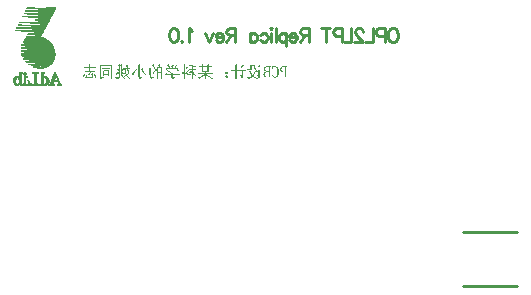
<source format=gbo>
G04 Layer_Color=32896*
%FSLAX25Y25*%
%MOIN*%
G70*
G01*
G75*
%ADD10C,0.01000*%
%ADD57C,0.00100*%
%ADD58C,0.00900*%
G36*
X91026Y255906D02*
X90924Y255753D01*
X90842Y255600D01*
X90776Y255463D01*
X90725Y255341D01*
X90705Y255285D01*
X90690Y255234D01*
X90675Y255193D01*
X90664Y255157D01*
X90659Y255127D01*
X90654Y255107D01*
X90649Y255091D01*
Y255086D01*
X90639Y255025D01*
X90629Y254969D01*
X90613Y254923D01*
X90598Y254883D01*
X90583Y254847D01*
X90568Y254822D01*
X90552Y254796D01*
X90537Y254781D01*
X90512Y254755D01*
X90486Y254740D01*
X90471Y254735D01*
X90466D01*
X90440Y254740D01*
X90410Y254755D01*
X90384Y254776D01*
X90359Y254796D01*
X90338Y254817D01*
X90318Y254837D01*
X90308Y254852D01*
X90303Y254857D01*
X90267Y254908D01*
X90242Y254959D01*
X90227Y255005D01*
X90211Y255051D01*
X90206Y255091D01*
X90201Y255122D01*
Y255147D01*
Y255152D01*
X90206Y255193D01*
X90216Y255234D01*
X90247Y255326D01*
X90262Y255366D01*
X90277Y255402D01*
X90288Y255422D01*
X90293Y255432D01*
X90313Y255473D01*
X90344Y255514D01*
X90384Y255560D01*
X90430Y255606D01*
X90481Y255656D01*
X90537Y255707D01*
X90649Y255804D01*
X90761Y255890D01*
X90812Y255931D01*
X90853Y255962D01*
X90893Y255987D01*
X90919Y256013D01*
X90939Y256023D01*
X90944Y256028D01*
X91026Y255906D01*
D02*
G37*
G36*
X114877Y255616D02*
X114918Y255606D01*
X115005Y255580D01*
X115045Y255560D01*
X115076Y255550D01*
X115096Y255539D01*
X115101Y255534D01*
X115157Y255499D01*
X115198Y255453D01*
X115234Y255397D01*
X115254Y255346D01*
X115269Y255295D01*
X115275Y255254D01*
X115279Y255229D01*
Y255224D01*
Y255219D01*
X115275Y255137D01*
X115259Y255071D01*
X115239Y255010D01*
X115213Y254964D01*
X115183Y254928D01*
X115163Y254903D01*
X115142Y254888D01*
X115137Y254883D01*
X115081Y254847D01*
X115025Y254822D01*
X114979Y254801D01*
X114938Y254791D01*
X114903Y254781D01*
X114877Y254776D01*
X114857D01*
X114821Y254781D01*
X114786Y254791D01*
X114694Y254817D01*
X114654Y254832D01*
X114623Y254847D01*
X114603Y254852D01*
X114592Y254857D01*
X114526Y254893D01*
X114480Y254944D01*
X114445Y255000D01*
X114424Y255056D01*
X114409Y255107D01*
X114404Y255152D01*
X114399Y255183D01*
Y255188D01*
Y255193D01*
X114404Y255280D01*
X114424Y255356D01*
X114450Y255412D01*
X114480Y255458D01*
X114516Y255493D01*
X114541Y255519D01*
X114562Y255529D01*
X114567Y255534D01*
X114628Y255565D01*
X114684Y255585D01*
X114730Y255600D01*
X114766Y255611D01*
X114796Y255616D01*
X114816Y255621D01*
X114837D01*
X114877Y255616D01*
D02*
G37*
G36*
X79960Y257932D02*
X79955Y257860D01*
Y257692D01*
X79950Y257514D01*
Y257321D01*
X79945Y257117D01*
Y256914D01*
Y256710D01*
X79940Y256511D01*
Y256318D01*
Y256140D01*
Y256059D01*
Y255977D01*
Y255906D01*
Y255840D01*
Y255773D01*
Y255717D01*
Y255672D01*
Y255631D01*
Y255600D01*
Y255575D01*
Y255560D01*
Y255555D01*
X80057Y255488D01*
X80169Y255422D01*
X80270Y255366D01*
X80367Y255315D01*
X80454Y255264D01*
X80530Y255224D01*
X80601Y255188D01*
X80663Y255152D01*
X80713Y255127D01*
X80759Y255101D01*
X80800Y255081D01*
X80830Y255066D01*
X80856Y255056D01*
X80871Y255046D01*
X80881Y255041D01*
X80886D01*
X80545Y254694D01*
X80515Y254745D01*
X80474Y254796D01*
X80383Y254903D01*
X80286Y255015D01*
X80184Y255122D01*
X80087Y255219D01*
X80047Y255259D01*
X80011Y255295D01*
X79980Y255326D01*
X79960Y255346D01*
X79945Y255361D01*
X79940Y255366D01*
X79950Y255270D01*
X79965Y255173D01*
X80006Y254984D01*
X80052Y254801D01*
X80077Y254720D01*
X80102Y254643D01*
X80133Y254572D01*
X80153Y254506D01*
X80179Y254450D01*
X80199Y254399D01*
X80215Y254358D01*
X80230Y254333D01*
X80235Y254313D01*
X80240Y254308D01*
X80291Y254206D01*
X80357Y254104D01*
X80423Y254007D01*
X80494Y253910D01*
X80652Y253727D01*
X80729Y253646D01*
X80810Y253564D01*
X80881Y253493D01*
X80953Y253427D01*
X81014Y253371D01*
X81070Y253320D01*
X81116Y253284D01*
X81151Y253254D01*
X81172Y253234D01*
X81182Y253228D01*
X81100Y253096D01*
X80932Y253193D01*
X80785Y253295D01*
X80642Y253401D01*
X80515Y253503D01*
X80403Y253605D01*
X80301Y253702D01*
X80215Y253799D01*
X80133Y253890D01*
X80067Y253972D01*
X80006Y254053D01*
X79960Y254119D01*
X79924Y254180D01*
X79894Y254226D01*
X79874Y254262D01*
X79863Y254287D01*
X79858Y254292D01*
X79802Y254419D01*
X79751Y254552D01*
X79711Y254684D01*
X79675Y254811D01*
X79644Y254939D01*
X79619Y255066D01*
X79599Y255183D01*
X79583Y255295D01*
X79573Y255397D01*
X79563Y255493D01*
X79558Y255580D01*
X79553Y255651D01*
Y255707D01*
Y255753D01*
Y255779D01*
Y255789D01*
Y257580D01*
X79385Y257743D01*
X79960Y258003D01*
Y257932D01*
D02*
G37*
G36*
X86867Y256624D02*
X86908Y256506D01*
X86949Y256389D01*
X86989Y256277D01*
X87030Y256181D01*
X87045Y256140D01*
X87061Y256104D01*
X87076Y256079D01*
X87081Y256059D01*
X87091Y256043D01*
Y256038D01*
X87162Y255885D01*
X87234Y255738D01*
X87310Y255600D01*
X87381Y255473D01*
X87412Y255417D01*
X87442Y255366D01*
X87473Y255320D01*
X87493Y255285D01*
X87514Y255254D01*
X87529Y255234D01*
X87534Y255219D01*
X87539Y255213D01*
X87641Y255066D01*
X87738Y254923D01*
X87834Y254796D01*
X87916Y254689D01*
X87956Y254638D01*
X87987Y254598D01*
X88017Y254562D01*
X88043Y254526D01*
X88063Y254506D01*
X88079Y254486D01*
X88089Y254475D01*
X88094Y254470D01*
X87977Y254358D01*
X87870Y254450D01*
X87768Y254542D01*
X87671Y254633D01*
X87585Y254720D01*
X87503Y254801D01*
X87427Y254878D01*
X87361Y254954D01*
X87295Y255020D01*
X87244Y255086D01*
X87193Y255142D01*
X87152Y255188D01*
X87122Y255234D01*
X87096Y255264D01*
X87076Y255290D01*
X87066Y255305D01*
X87061Y255310D01*
X86999Y255392D01*
X86944Y255473D01*
X86893Y255544D01*
X86847Y255611D01*
X86801Y255677D01*
X86760Y255733D01*
X86725Y255784D01*
X86694Y255829D01*
X86669Y255870D01*
X86643Y255906D01*
X86623Y255936D01*
X86608Y255962D01*
X86592Y255982D01*
X86582Y255997D01*
X86577Y256002D01*
Y256008D01*
X86531Y256084D01*
X86480Y256150D01*
X86429Y256206D01*
X86384Y256252D01*
X86343Y256293D01*
X86307Y256318D01*
X86287Y256333D01*
X86277Y256338D01*
X86831Y256740D01*
X86867Y256624D01*
D02*
G37*
G36*
X85019Y256517D02*
X84851Y256313D01*
X84704Y256125D01*
X84633Y256033D01*
X84572Y255952D01*
X84516Y255870D01*
X84465Y255799D01*
X84419Y255733D01*
X84378Y255677D01*
X84348Y255626D01*
X84317Y255585D01*
X84297Y255550D01*
X84281Y255524D01*
X84271Y255509D01*
X84266Y255504D01*
X84164Y255341D01*
X84083Y255193D01*
X84012Y255061D01*
X83981Y255005D01*
X83956Y254949D01*
X83930Y254898D01*
X83915Y254857D01*
X83895Y254822D01*
X83884Y254786D01*
X83874Y254766D01*
X83864Y254745D01*
X83859Y254735D01*
Y254730D01*
X83844Y254684D01*
X83828Y254643D01*
X83813Y254603D01*
X83798Y254572D01*
X83762Y254526D01*
X83732Y254496D01*
X83706Y254475D01*
X83681Y254465D01*
X83666Y254460D01*
X83661D01*
X83635Y254465D01*
X83605Y254481D01*
X83574Y254501D01*
X83548Y254526D01*
X83528Y254552D01*
X83508Y254572D01*
X83498Y254588D01*
X83492Y254592D01*
X83457Y254648D01*
X83431Y254704D01*
X83416Y254761D01*
X83401Y254817D01*
X83396Y254867D01*
X83391Y254903D01*
Y254928D01*
Y254939D01*
Y254969D01*
X83396Y255000D01*
X83406Y255071D01*
X83416Y255107D01*
X83421Y255132D01*
X83426Y255152D01*
Y255157D01*
X83437Y255188D01*
X83452Y255224D01*
X83492Y255300D01*
X83548Y255376D01*
X83610Y255458D01*
X83666Y255524D01*
X83716Y255585D01*
X83732Y255606D01*
X83747Y255621D01*
X83757Y255631D01*
X83762Y255636D01*
X83823Y255702D01*
X83900Y255773D01*
X83981Y255850D01*
X84068Y255931D01*
X84256Y256094D01*
X84449Y256257D01*
X84541Y256333D01*
X84623Y256405D01*
X84704Y256466D01*
X84770Y256522D01*
X84826Y256568D01*
X84872Y256603D01*
X84897Y256628D01*
X84908Y256634D01*
X85019Y256517D01*
D02*
G37*
G36*
X122920Y255896D02*
X124772D01*
X124806Y255873D01*
X124615Y255621D01*
X124401Y255666D01*
X124350D01*
X124319Y255519D01*
X124284Y255381D01*
X124243Y255244D01*
X124197Y255112D01*
X124151Y254990D01*
X124106Y254872D01*
X124055Y254761D01*
X124004Y254659D01*
X123958Y254567D01*
X123917Y254486D01*
X123877Y254419D01*
X123841Y254358D01*
X123810Y254308D01*
X123790Y254277D01*
X123775Y254252D01*
X123770Y254246D01*
X123877Y254139D01*
X124004Y254033D01*
X124141Y253936D01*
X124289Y253839D01*
X124442Y253753D01*
X124599Y253671D01*
X124757Y253595D01*
X124915Y253529D01*
X125063Y253463D01*
X125200Y253407D01*
X125327Y253361D01*
X125439Y253320D01*
X125490Y253305D01*
X125531Y253290D01*
X125572Y253279D01*
X125602Y253269D01*
X125628Y253259D01*
X125648Y253254D01*
X125658Y253249D01*
X125663D01*
X125622Y253096D01*
X125393Y253137D01*
X125169Y253183D01*
X124961Y253244D01*
X124762Y253305D01*
X124574Y253376D01*
X124401Y253452D01*
X124238Y253529D01*
X124090Y253600D01*
X123958Y253676D01*
X123841Y253743D01*
X123744Y253809D01*
X123658Y253865D01*
X123591Y253910D01*
X123546Y253946D01*
X123515Y253966D01*
X123505Y253977D01*
X123403Y253885D01*
X123296Y253799D01*
X123189Y253712D01*
X123077Y253641D01*
X122965Y253570D01*
X122854Y253508D01*
X122747Y253447D01*
X122645Y253396D01*
X122548Y253351D01*
X122456Y253310D01*
X122375Y253279D01*
X122309Y253254D01*
X122248Y253228D01*
X122207Y253213D01*
X122182Y253208D01*
X122171Y253203D01*
X122161Y253244D01*
X122146Y253279D01*
X122120Y253315D01*
X122090Y253351D01*
X122019Y253407D01*
X121937Y253452D01*
X121856Y253488D01*
X121820Y253503D01*
X121785Y253514D01*
X121759Y253524D01*
X121739Y253529D01*
X121723Y253534D01*
X121718D01*
Y253681D01*
X121897Y253702D01*
X122059Y253727D01*
X122217Y253763D01*
X122365Y253799D01*
X122502Y253844D01*
X122629Y253885D01*
X122741Y253931D01*
X122848Y253977D01*
X122940Y254023D01*
X123021Y254068D01*
X123093Y254104D01*
X123149Y254139D01*
X123195Y254170D01*
X123230Y254190D01*
X123250Y254206D01*
X123256Y254211D01*
X123174Y254313D01*
X123098Y254419D01*
X122955Y254648D01*
X122828Y254878D01*
X122772Y254984D01*
X122721Y255091D01*
X122675Y255193D01*
X122635Y255285D01*
X122599Y255366D01*
X122568Y255437D01*
X122543Y255493D01*
X122528Y255539D01*
X122518Y255565D01*
X122512Y255575D01*
X122289Y255707D01*
X122731Y256115D01*
X122920Y255896D01*
D02*
G37*
G36*
X95887Y255957D02*
X98340D01*
X98111Y255662D01*
X98014Y255682D01*
X97923Y255702D01*
X97836Y255712D01*
X97755Y255717D01*
X97689Y255722D01*
X97638Y255728D01*
X95897D01*
X96589Y255229D01*
X96869Y255351D01*
X96864Y255229D01*
X96859Y255127D01*
X96854Y255041D01*
X96849Y254974D01*
Y254923D01*
Y254888D01*
Y254867D01*
Y254862D01*
X99139D01*
X98915Y254567D01*
X98818Y254588D01*
X98722Y254608D01*
X98635Y254618D01*
X98554Y254623D01*
X98488Y254628D01*
X98437Y254633D01*
X96849D01*
Y253865D01*
X96854Y253809D01*
X96869Y253768D01*
X96895Y253737D01*
X96915Y253717D01*
X96940Y253702D01*
X96966Y253697D01*
X96981Y253692D01*
X97057D01*
X97103Y253697D01*
X97159Y253702D01*
X97276Y253717D01*
X97398Y253732D01*
X97515Y253748D01*
X97566Y253753D01*
X97617Y253758D01*
X97653Y253763D01*
X97683Y253768D01*
X97704Y253773D01*
X97709D01*
Y253574D01*
X97587Y253534D01*
X97480Y253488D01*
X97388Y253447D01*
X97312Y253401D01*
X97246Y253361D01*
X97190Y253325D01*
X97149Y253284D01*
X97113Y253249D01*
X97088Y253218D01*
X97067Y253188D01*
X97052Y253162D01*
X97042Y253137D01*
X97037Y253106D01*
Y253101D01*
Y253096D01*
X96930Y253137D01*
X96838Y253183D01*
X96762Y253223D01*
X96691Y253274D01*
X96635Y253320D01*
X96589Y253366D01*
X96548Y253412D01*
X96518Y253452D01*
X96492Y253498D01*
X96472Y253534D01*
X96462Y253570D01*
X96452Y253600D01*
X96447Y253620D01*
X96441Y253641D01*
Y253651D01*
Y253656D01*
Y254633D01*
X94273D01*
X94792Y255208D01*
X95154Y254862D01*
X96441D01*
Y254888D01*
X96294Y255000D01*
X96462Y255107D01*
X96294Y255203D01*
X96212Y255244D01*
X96141Y255285D01*
X96075Y255320D01*
X96014Y255356D01*
X95958Y255387D01*
X95907Y255412D01*
X95861Y255437D01*
X95820Y255458D01*
X95785Y255478D01*
X95759Y255493D01*
X95739Y255504D01*
X95719Y255514D01*
X95714Y255519D01*
X95709D01*
X95607Y255565D01*
X95515Y255600D01*
X95434Y255621D01*
X95362Y255636D01*
X95301Y255641D01*
X95220D01*
X95627Y256175D01*
X95887Y255957D01*
D02*
G37*
G36*
X123195Y257789D02*
X124055D01*
X124462Y257962D01*
X124457Y257835D01*
X124452Y257713D01*
X124447Y257606D01*
X124442Y257509D01*
Y257433D01*
Y257397D01*
Y257372D01*
Y257351D01*
Y257336D01*
Y257326D01*
Y257321D01*
X124447Y257209D01*
X124457Y257092D01*
X124477Y256980D01*
X124497Y256878D01*
X124518Y256786D01*
X124528Y256746D01*
X124538Y256715D01*
X124543Y256684D01*
X124548Y256664D01*
X124554Y256654D01*
Y256649D01*
X124579Y256578D01*
X124620Y256501D01*
X124671Y256425D01*
X124727Y256349D01*
X124788Y256267D01*
X124854Y256191D01*
X124991Y256048D01*
X125063Y255982D01*
X125124Y255921D01*
X125185Y255865D01*
X125241Y255819D01*
X125281Y255779D01*
X125317Y255753D01*
X125337Y255733D01*
X125348Y255728D01*
X125271Y255600D01*
X125129Y255677D01*
X124996Y255748D01*
X124879Y255824D01*
X124806Y255873D01*
X124823Y255896D01*
X124772D01*
X124676Y255967D01*
X124589Y256038D01*
X124518Y256104D01*
X124452Y256165D01*
X124396Y256221D01*
X124350Y256272D01*
X124314Y256323D01*
X124284Y256359D01*
X124258Y256389D01*
X124243Y256415D01*
X124238Y256430D01*
X124233Y256435D01*
X124192Y256522D01*
X124156Y256613D01*
X124126Y256705D01*
X124095Y256802D01*
X124060Y256990D01*
X124045Y257077D01*
X124034Y257168D01*
X124024Y257249D01*
X124019Y257321D01*
X124014Y257387D01*
Y257448D01*
Y257494D01*
Y257529D01*
Y257555D01*
Y257560D01*
X123200D01*
Y256562D01*
Y256491D01*
X123189Y256435D01*
X123169Y256379D01*
X123144Y256338D01*
X123113Y256298D01*
X123077Y256267D01*
X123042Y256242D01*
X123001Y256221D01*
X122925Y256191D01*
X122854Y256175D01*
X122828D01*
X122808Y256170D01*
X122207D01*
X122141Y256175D01*
X121998D01*
X121963Y256181D01*
X121912D01*
X121881Y256186D01*
X121861D01*
X121835Y256196D01*
X121815Y256206D01*
X121805Y256226D01*
X121795Y256242D01*
X121785Y256272D01*
Y256282D01*
Y256288D01*
X121790Y256318D01*
X121795Y256349D01*
X121820Y256420D01*
X121835Y256450D01*
X121851Y256476D01*
X121856Y256491D01*
X121861Y256496D01*
X121897Y256542D01*
X121937Y256573D01*
X121988Y256588D01*
X122044Y256598D01*
X122090D01*
X122131Y256593D01*
X122161Y256588D01*
X122171D01*
X122248Y256568D01*
X122319Y256552D01*
X122390Y256542D01*
X122446Y256537D01*
X122502Y256532D01*
X122538Y256527D01*
X122573D01*
X122640Y256532D01*
X122691Y256552D01*
X122721Y256578D01*
X122747Y256608D01*
X122762Y256634D01*
X122767Y256659D01*
X122772Y256679D01*
Y256684D01*
Y257519D01*
X122604Y257672D01*
X123032Y258008D01*
X123195Y257789D01*
D02*
G37*
G36*
X100936Y258064D02*
X100931Y257982D01*
Y257896D01*
Y257799D01*
X100926Y257692D01*
Y257586D01*
Y257468D01*
Y257351D01*
X100921Y257102D01*
Y256842D01*
Y256583D01*
X100916Y256323D01*
Y256069D01*
Y255829D01*
Y255722D01*
Y255616D01*
Y255514D01*
Y255422D01*
Y255341D01*
Y255264D01*
Y255198D01*
Y255142D01*
Y255101D01*
Y255066D01*
Y255046D01*
Y255041D01*
X102814Y254669D01*
X102550Y254419D01*
X102336Y254526D01*
X100916Y254817D01*
Y254628D01*
Y254450D01*
Y254272D01*
X100921Y254109D01*
Y253951D01*
Y253804D01*
X100926Y253666D01*
Y253544D01*
Y253427D01*
X100931Y253325D01*
Y253239D01*
Y253167D01*
X100936Y253106D01*
Y253065D01*
Y253040D01*
Y253030D01*
X100508Y253203D01*
Y253228D01*
X100514Y253264D01*
Y253305D01*
Y253351D01*
X100519Y253457D01*
Y253574D01*
X100524Y253712D01*
Y253849D01*
Y254145D01*
X100529Y254287D01*
Y254425D01*
Y254552D01*
Y254664D01*
Y254715D01*
Y254761D01*
Y254796D01*
Y254832D01*
Y254857D01*
Y254878D01*
Y254888D01*
Y254893D01*
X99648Y255076D01*
X100137Y255478D01*
X100371Y255173D01*
X100529Y255122D01*
Y257667D01*
X100320Y257850D01*
X100936Y258135D01*
Y258064D01*
D02*
G37*
G36*
X102178Y256008D02*
X102081Y255875D01*
X102000Y255753D01*
X101939Y255641D01*
X101883Y255539D01*
X101842Y255458D01*
X101827Y255427D01*
X101816Y255397D01*
X101806Y255376D01*
X101801Y255361D01*
X101796Y255351D01*
Y255346D01*
X101771Y255275D01*
X101740Y255224D01*
X101715Y255183D01*
X101689Y255157D01*
X101669Y255142D01*
X101654Y255137D01*
X101643Y255132D01*
X101638D01*
X101613Y255137D01*
X101587Y255152D01*
X101562Y255173D01*
X101537Y255198D01*
X101516Y255219D01*
X101506Y255239D01*
X101496Y255254D01*
X101491Y255259D01*
X101465Y255305D01*
X101445Y255351D01*
X101435Y255392D01*
X101425Y255427D01*
X101419Y255458D01*
X101414Y255483D01*
Y255499D01*
Y255504D01*
X101419Y255560D01*
X101435Y255611D01*
X101460Y255656D01*
X101481Y255702D01*
X101506Y255738D01*
X101531Y255763D01*
X101547Y255784D01*
X101552Y255789D01*
X101582Y255814D01*
X101613Y255845D01*
X101694Y255901D01*
X101786Y255957D01*
X101878Y256013D01*
X101964Y256059D01*
X102000Y256079D01*
X102035Y256094D01*
X102061Y256109D01*
X102081Y256119D01*
X102096Y256130D01*
X102102D01*
X102178Y256008D01*
D02*
G37*
G36*
X129593Y257158D02*
X129384D01*
X129364Y257153D01*
X129328Y257143D01*
X129313Y257133D01*
X129308Y257127D01*
X129287Y257102D01*
X129282Y257077D01*
X129277Y257051D01*
Y257046D01*
Y257041D01*
Y254038D01*
X129282Y253997D01*
X129292Y253966D01*
X129303Y253951D01*
X129308Y253946D01*
X129318Y253936D01*
X129333Y253931D01*
X129369Y253926D01*
X129399Y253921D01*
X129633D01*
Y253686D01*
X128254D01*
X128157Y253692D01*
X128066Y253697D01*
X127979Y253712D01*
X127898Y253727D01*
X127826Y253748D01*
X127755Y253768D01*
X127694Y253793D01*
X127633Y253819D01*
X127582Y253844D01*
X127541Y253870D01*
X127501Y253890D01*
X127470Y253910D01*
X127445Y253926D01*
X127429Y253941D01*
X127419Y253946D01*
X127414Y253951D01*
X127358Y254002D01*
X127312Y254058D01*
X127267Y254119D01*
X127231Y254175D01*
X127200Y254236D01*
X127175Y254297D01*
X127139Y254409D01*
X127114Y254511D01*
X127109Y254557D01*
X127104Y254592D01*
X127099Y254628D01*
Y254648D01*
Y254664D01*
Y254669D01*
X127104Y254796D01*
X127124Y254913D01*
X127155Y255020D01*
X127185Y255117D01*
X127221Y255193D01*
X127236Y255224D01*
X127246Y255249D01*
X127261Y255270D01*
X127267Y255285D01*
X127277Y255295D01*
Y255300D01*
X127312Y255351D01*
X127353Y255402D01*
X127455Y255483D01*
X127562Y255555D01*
X127669Y255611D01*
X127765Y255651D01*
X127811Y255666D01*
X127847Y255682D01*
X127877Y255692D01*
X127903Y255697D01*
X127918Y255702D01*
X127923D01*
X127852Y255722D01*
X127791Y255743D01*
X127735Y255768D01*
X127679Y255789D01*
X127633Y255814D01*
X127592Y255840D01*
X127521Y255890D01*
X127465Y255931D01*
X127429Y255967D01*
X127409Y255992D01*
X127404Y256002D01*
X127358Y256084D01*
X127322Y256170D01*
X127302Y256257D01*
X127282Y256338D01*
X127272Y256410D01*
X127267Y256466D01*
Y256486D01*
Y256501D01*
Y256511D01*
Y256517D01*
X127272Y256598D01*
X127277Y256674D01*
X127292Y256740D01*
X127307Y256807D01*
X127328Y256868D01*
X127348Y256919D01*
X127373Y256970D01*
X127399Y257010D01*
X127424Y257051D01*
X127450Y257082D01*
X127470Y257112D01*
X127490Y257133D01*
X127506Y257153D01*
X127521Y257163D01*
X127526Y257173D01*
X127531D01*
X127582Y257214D01*
X127638Y257244D01*
X127765Y257300D01*
X127893Y257341D01*
X128020Y257367D01*
X128081Y257372D01*
X128137Y257382D01*
X128188Y257387D01*
X128228D01*
X128264Y257392D01*
X129593D01*
Y257158D01*
D02*
G37*
G36*
X135085D02*
X134871D01*
X134851Y257153D01*
X134815Y257143D01*
X134800Y257133D01*
X134795Y257127D01*
X134774Y257102D01*
X134769Y257077D01*
X134764Y257051D01*
Y257046D01*
Y257041D01*
Y254038D01*
X134769Y253997D01*
X134779Y253966D01*
X134790Y253951D01*
X134795Y253946D01*
X134805Y253936D01*
X134820Y253931D01*
X134856Y253926D01*
X134886Y253921D01*
X135105D01*
Y253686D01*
X133980D01*
Y253921D01*
X134184D01*
X134230Y253926D01*
X134260Y253936D01*
X134281Y253941D01*
X134286Y253946D01*
X134301Y253972D01*
X134311Y254002D01*
X134316Y254028D01*
Y254033D01*
Y254038D01*
Y255371D01*
X133721D01*
X133639Y255376D01*
X133563Y255381D01*
X133415Y255412D01*
X133283Y255453D01*
X133222Y255478D01*
X133171Y255504D01*
X133120Y255529D01*
X133079Y255555D01*
X133039Y255575D01*
X133008Y255595D01*
X132983Y255611D01*
X132967Y255626D01*
X132957Y255631D01*
X132952Y255636D01*
X132896Y255687D01*
X132845Y255748D01*
X132799Y255804D01*
X132764Y255870D01*
X132733Y255936D01*
X132708Y255997D01*
X132667Y256125D01*
X132652Y256186D01*
X132641Y256237D01*
X132636Y256288D01*
X132631Y256328D01*
X132626Y256364D01*
Y256394D01*
Y256410D01*
Y256415D01*
X132631Y256491D01*
X132641Y256562D01*
X132657Y256634D01*
X132672Y256700D01*
X132723Y256817D01*
X132779Y256919D01*
X132809Y256964D01*
X132835Y257000D01*
X132860Y257036D01*
X132886Y257061D01*
X132901Y257082D01*
X132916Y257102D01*
X132927Y257107D01*
X132932Y257112D01*
X132993Y257163D01*
X133054Y257204D01*
X133120Y257244D01*
X133191Y257275D01*
X133334Y257326D01*
X133471Y257356D01*
X133532Y257367D01*
X133593Y257377D01*
X133644Y257382D01*
X133690Y257387D01*
X133731Y257392D01*
X135085D01*
Y257158D01*
D02*
G37*
G36*
X70976Y254817D02*
X71017Y254710D01*
X71058Y254613D01*
X71098Y254532D01*
X71139Y254450D01*
X71175Y254384D01*
X71210Y254323D01*
X71241Y254272D01*
X71271Y254226D01*
X71297Y254185D01*
X71322Y254155D01*
X71343Y254129D01*
X71358Y254114D01*
X71368Y254099D01*
X71373Y254094D01*
X71378Y254089D01*
X71439Y254033D01*
X71485Y253977D01*
X71521Y253936D01*
X71541Y253895D01*
X71556Y253865D01*
X71561Y253844D01*
X71567Y253829D01*
Y253824D01*
X71561Y253799D01*
X71551Y253768D01*
X71521Y253722D01*
X71490Y253692D01*
X71480Y253686D01*
X71475Y253681D01*
X71434Y253661D01*
X71389Y253651D01*
X71338Y253646D01*
X71210D01*
X71185Y253651D01*
X71175D01*
X71103Y253671D01*
X71037Y253707D01*
X70986Y253753D01*
X70946Y253799D01*
X70915Y253839D01*
X70890Y253880D01*
X70880Y253905D01*
X70874Y253916D01*
X70859Y253966D01*
X70844Y254023D01*
X70829Y254089D01*
X70818Y254165D01*
X70798Y254328D01*
X70783Y254491D01*
X70778Y254567D01*
X70773Y254643D01*
X70767Y254715D01*
Y254771D01*
X70762Y254822D01*
Y254862D01*
Y254883D01*
Y254893D01*
X70935Y254928D01*
X70976Y254817D01*
D02*
G37*
G36*
X85880Y257896D02*
X85875Y257713D01*
X85869Y257529D01*
Y257443D01*
X85864Y257356D01*
Y257280D01*
Y257209D01*
Y257143D01*
Y257087D01*
Y257041D01*
Y257010D01*
Y256985D01*
Y256980D01*
Y254012D01*
Y253972D01*
X85875Y253931D01*
X85895Y253870D01*
X85920Y253829D01*
X85956Y253799D01*
X85992Y253783D01*
X86017Y253773D01*
X86037Y253768D01*
X86083D01*
X86129Y253773D01*
X86180Y253778D01*
X86231Y253783D01*
X86348Y253799D01*
X86465Y253814D01*
X86572Y253829D01*
X86618Y253839D01*
X86659Y253844D01*
X86694Y253849D01*
X86725Y253854D01*
X86740Y253860D01*
X86745D01*
Y253656D01*
X86623Y253605D01*
X86516Y253559D01*
X86424Y253508D01*
X86348Y253463D01*
X86282Y253412D01*
X86226Y253371D01*
X86185Y253325D01*
X86150Y253290D01*
X86124Y253249D01*
X86104Y253218D01*
X86088Y253188D01*
X86078Y253162D01*
X86073Y253142D01*
Y253127D01*
Y253121D01*
Y253116D01*
X85961Y253162D01*
X85864Y253213D01*
X85778Y253269D01*
X85707Y253330D01*
X85646Y253391D01*
X85590Y253452D01*
X85549Y253519D01*
X85518Y253574D01*
X85488Y253636D01*
X85473Y253686D01*
X85457Y253737D01*
X85447Y253778D01*
X85442Y253814D01*
X85437Y253844D01*
Y253860D01*
Y253865D01*
Y257540D01*
X85203Y257769D01*
X85885Y258069D01*
X85880Y257896D01*
D02*
G37*
G36*
X114903Y254353D02*
X114954Y254343D01*
X115000Y254333D01*
X115040Y254318D01*
X115081Y254297D01*
X115112Y254287D01*
X115132Y254277D01*
X115137Y254272D01*
X115188Y254231D01*
X115224Y254185D01*
X115249Y254129D01*
X115264Y254073D01*
X115275Y254023D01*
X115279Y253982D01*
Y253951D01*
Y253946D01*
Y253941D01*
X115269Y253860D01*
X115249Y253788D01*
X115218Y253727D01*
X115188Y253681D01*
X115157Y253651D01*
X115127Y253625D01*
X115106Y253610D01*
X115101Y253605D01*
X115040Y253574D01*
X114995Y253554D01*
X114949Y253534D01*
X114918Y253524D01*
X114888Y253519D01*
X114872Y253514D01*
X114857D01*
X114827Y253519D01*
X114786Y253529D01*
X114704Y253559D01*
X114669Y253574D01*
X114638Y253590D01*
X114618Y253600D01*
X114613Y253605D01*
X114557Y253646D01*
X114516Y253697D01*
X114480Y253753D01*
X114460Y253804D01*
X114445Y253854D01*
X114440Y253895D01*
X114435Y253921D01*
Y253931D01*
Y254012D01*
X114450Y254079D01*
X114470Y254134D01*
X114496Y254180D01*
X114521Y254216D01*
X114541Y254236D01*
X114562Y254252D01*
X114567Y254257D01*
X114623Y254292D01*
X114674Y254318D01*
X114725Y254333D01*
X114766Y254348D01*
X114806Y254353D01*
X114832Y254358D01*
X114857D01*
X114903Y254353D01*
D02*
G37*
G36*
X74076Y256023D02*
X75292D01*
X75659Y256196D01*
X75654Y256002D01*
X75649Y255814D01*
X75644Y255641D01*
Y255560D01*
X75639Y255483D01*
Y255417D01*
Y255351D01*
Y255300D01*
Y255249D01*
Y255213D01*
Y255188D01*
Y255168D01*
Y255163D01*
Y254974D01*
X75644Y254801D01*
Y254643D01*
X75649Y254572D01*
Y254506D01*
Y254445D01*
X75654Y254389D01*
Y254343D01*
Y254302D01*
X75659Y254272D01*
Y254252D01*
Y254236D01*
Y254231D01*
X75252Y254353D01*
Y254654D01*
X74081D01*
Y254292D01*
X73674Y254414D01*
X73679Y254526D01*
X73684Y254633D01*
X73689Y254735D01*
Y254827D01*
X73694Y254898D01*
Y254928D01*
Y254954D01*
Y254974D01*
Y254995D01*
Y255000D01*
Y255005D01*
Y255758D01*
X73526Y255931D01*
X73908Y256242D01*
X74076Y256023D01*
D02*
G37*
G36*
X69775Y255392D02*
X69693Y255300D01*
X69622Y255213D01*
X69556Y255132D01*
X69495Y255056D01*
X69444Y254990D01*
X69398Y254923D01*
X69358Y254867D01*
X69322Y254817D01*
X69291Y254771D01*
X69266Y254730D01*
X69246Y254699D01*
X69230Y254674D01*
X69220Y254648D01*
X69210Y254633D01*
X69205Y254628D01*
Y254623D01*
X69184Y254577D01*
X69169Y254537D01*
X69149Y254496D01*
X69129Y254465D01*
X69093Y254419D01*
X69057Y254389D01*
X69032Y254369D01*
X69006Y254358D01*
X68991Y254353D01*
X68986D01*
X68971Y254358D01*
X68950Y254363D01*
X68915Y254384D01*
X68889Y254399D01*
X68884Y254409D01*
X68879D01*
X68854Y254440D01*
X68828Y254475D01*
X68808Y254521D01*
X68787Y254572D01*
X68772Y254618D01*
X68762Y254654D01*
X68752Y254679D01*
Y254689D01*
X68747Y254730D01*
X68742Y254771D01*
X68747Y254811D01*
X68757Y254847D01*
X68787Y254918D01*
X68823Y254979D01*
X68864Y255030D01*
X68905Y255071D01*
X68930Y255091D01*
X68935Y255101D01*
X68940D01*
X68991Y255137D01*
X69042Y255173D01*
X69159Y255249D01*
X69286Y255320D01*
X69409Y255381D01*
X69469Y255412D01*
X69520Y255437D01*
X69571Y255463D01*
X69612Y255483D01*
X69648Y255499D01*
X69678Y255509D01*
X69693Y255519D01*
X69699D01*
X69775Y255392D01*
D02*
G37*
G36*
X130112Y257412D02*
X130142Y257387D01*
X130168Y257372D01*
X130188Y257362D01*
X130203Y257351D01*
X130214Y257346D01*
X130224Y257341D01*
X130254Y257331D01*
X130290Y257326D01*
X130331D01*
X130366Y257331D01*
X130407Y257336D01*
X130483Y257356D01*
X130514Y257367D01*
X130539Y257372D01*
X130560Y257382D01*
X130565D01*
X130682Y257412D01*
X130738Y257423D01*
X130784Y257428D01*
X130824Y257433D01*
X130880D01*
X131002Y257428D01*
X131114Y257407D01*
X131221Y257382D01*
X131323Y257346D01*
X131415Y257306D01*
X131501Y257260D01*
X131578Y257214D01*
X131649Y257163D01*
X131715Y257112D01*
X131766Y257061D01*
X131817Y257015D01*
X131853Y256975D01*
X131883Y256939D01*
X131904Y256914D01*
X131919Y256893D01*
X131924Y256888D01*
X131990Y256781D01*
X132051Y256674D01*
X132102Y256562D01*
X132143Y256445D01*
X132183Y256328D01*
X132214Y256216D01*
X132239Y256109D01*
X132260Y256002D01*
X132275Y255901D01*
X132285Y255814D01*
X132295Y255733D01*
X132300Y255662D01*
Y255606D01*
X132306Y255560D01*
Y255534D01*
Y255524D01*
X132300Y255351D01*
X132290Y255183D01*
X132270Y255035D01*
X132250Y254893D01*
X132224Y254766D01*
X132194Y254648D01*
X132158Y254542D01*
X132122Y254450D01*
X132092Y254369D01*
X132056Y254297D01*
X132026Y254236D01*
X132000Y254185D01*
X131980Y254150D01*
X131959Y254119D01*
X131949Y254104D01*
X131944Y254099D01*
X131873Y254017D01*
X131797Y253946D01*
X131720Y253885D01*
X131639Y253834D01*
X131557Y253788D01*
X131476Y253753D01*
X131395Y253722D01*
X131318Y253697D01*
X131247Y253681D01*
X131181Y253666D01*
X131120Y253656D01*
X131069Y253646D01*
X131028D01*
X130992Y253641D01*
X130967D01*
X130891Y253646D01*
X130819Y253656D01*
X130753Y253666D01*
X130687Y253686D01*
X130565Y253732D01*
X130463Y253788D01*
X130417Y253814D01*
X130382Y253844D01*
X130346Y253870D01*
X130315Y253890D01*
X130295Y253910D01*
X130280Y253926D01*
X130270Y253931D01*
X130264Y253936D01*
X130163Y254053D01*
X130071Y254185D01*
X130000Y254318D01*
X129944Y254445D01*
X129923Y254501D01*
X129903Y254557D01*
X129888Y254608D01*
X129873Y254648D01*
X129862Y254684D01*
X129857Y254710D01*
X129852Y254725D01*
Y254730D01*
X130076Y254822D01*
X130117Y254669D01*
X130168Y254537D01*
X130224Y254425D01*
X130275Y254328D01*
X130300Y254287D01*
X130326Y254257D01*
X130346Y254226D01*
X130366Y254201D01*
X130382Y254185D01*
X130392Y254170D01*
X130397Y254165D01*
X130402Y254160D01*
X130448Y254119D01*
X130489Y254089D01*
X130585Y254033D01*
X130672Y253992D01*
X130758Y253966D01*
X130830Y253946D01*
X130891Y253941D01*
X130911Y253936D01*
X130941D01*
X131023Y253941D01*
X131099Y253956D01*
X131170Y253977D01*
X131237Y254002D01*
X131293Y254033D01*
X131349Y254068D01*
X131395Y254104D01*
X131435Y254145D01*
X131476Y254185D01*
X131507Y254221D01*
X131532Y254257D01*
X131552Y254287D01*
X131573Y254313D01*
X131583Y254338D01*
X131593Y254348D01*
Y254353D01*
X131629Y254435D01*
X131659Y254526D01*
X131710Y254720D01*
X131741Y254918D01*
X131766Y255107D01*
X131776Y255198D01*
X131781Y255280D01*
X131786Y255351D01*
Y255417D01*
X131791Y255473D01*
Y255509D01*
Y255534D01*
Y255544D01*
X131786Y255677D01*
X131781Y255799D01*
X131771Y255916D01*
X131756Y256028D01*
X131741Y256130D01*
X131720Y256226D01*
X131700Y256313D01*
X131674Y256394D01*
X131654Y256466D01*
X131634Y256532D01*
X131613Y256588D01*
X131598Y256634D01*
X131583Y256669D01*
X131573Y256695D01*
X131562Y256710D01*
Y256715D01*
X131517Y256797D01*
X131466Y256868D01*
X131415Y256929D01*
X131364Y256985D01*
X131308Y257026D01*
X131257Y257066D01*
X131206Y257097D01*
X131155Y257122D01*
X131104Y257138D01*
X131064Y257153D01*
X131023Y257163D01*
X130987Y257173D01*
X130962D01*
X130936Y257178D01*
X130921D01*
X130809Y257168D01*
X130712Y257148D01*
X130626Y257117D01*
X130550Y257082D01*
X130494Y257041D01*
X130448Y257010D01*
X130422Y256990D01*
X130412Y256980D01*
X130377Y256939D01*
X130341Y256898D01*
X130275Y256802D01*
X130219Y256695D01*
X130168Y256593D01*
X130132Y256501D01*
X130112Y256461D01*
X130102Y256430D01*
X130091Y256399D01*
X130081Y256379D01*
X130076Y256364D01*
Y256359D01*
X129852Y256415D01*
X130071Y257438D01*
X130112Y257412D01*
D02*
G37*
G36*
X67882Y254811D02*
X67795Y254704D01*
X67713Y254603D01*
X67647Y254511D01*
X67581Y254425D01*
X67530Y254348D01*
X67479Y254282D01*
X67439Y254221D01*
X67403Y254165D01*
X67373Y254119D01*
X67347Y254079D01*
X67332Y254048D01*
X67317Y254017D01*
X67301Y253997D01*
X67296Y253982D01*
X67291Y253977D01*
Y253972D01*
X67266Y253910D01*
X67240Y253860D01*
X67220Y253819D01*
X67194Y253783D01*
X67169Y253758D01*
X67149Y253737D01*
X67128Y253722D01*
X67108Y253712D01*
X67077Y253707D01*
X67047D01*
X67031Y253712D01*
X67026Y253717D01*
X66980Y253758D01*
X66940Y253809D01*
X66909Y253860D01*
X66884Y253916D01*
X66869Y253961D01*
X66858Y254002D01*
X66848Y254028D01*
Y254038D01*
X66843Y254079D01*
Y254119D01*
X66858Y254195D01*
X66889Y254267D01*
X66925Y254328D01*
X66965Y254379D01*
X67001Y254419D01*
X67026Y254440D01*
X67031Y254450D01*
X67036D01*
X67082Y254486D01*
X67133Y254526D01*
X67250Y254603D01*
X67378Y254679D01*
X67500Y254750D01*
X67561Y254786D01*
X67617Y254817D01*
X67663Y254842D01*
X67708Y254862D01*
X67744Y254883D01*
X67769Y254898D01*
X67790Y254903D01*
X67795Y254908D01*
X67882Y254811D01*
D02*
G37*
G36*
X70360Y254857D02*
X70355Y254669D01*
X70350Y254481D01*
Y254394D01*
X70345Y254308D01*
Y254231D01*
Y254160D01*
Y254094D01*
Y254038D01*
Y253992D01*
Y253961D01*
Y253936D01*
Y253931D01*
Y253829D01*
X70335Y253737D01*
X70309Y253661D01*
X70279Y253595D01*
X70238Y253539D01*
X70192Y253493D01*
X70141Y253457D01*
X70091Y253427D01*
X70040Y253407D01*
X69989Y253391D01*
X69938Y253381D01*
X69897Y253371D01*
X69856Y253366D01*
X68268D01*
X68187Y253376D01*
X68116Y253391D01*
X68049Y253417D01*
X67988Y253442D01*
X67932Y253473D01*
X67887Y253508D01*
X67841Y253544D01*
X67805Y253580D01*
X67775Y253615D01*
X67744Y253646D01*
X67724Y253676D01*
X67708Y253702D01*
X67698Y253722D01*
X67688Y253732D01*
Y253737D01*
X67759Y253778D01*
X67815Y253829D01*
X67861Y253880D01*
X67892Y253931D01*
X67912Y253977D01*
X67922Y254012D01*
X67932Y254038D01*
Y254048D01*
X67943Y254134D01*
X67948Y254231D01*
X67953Y254328D01*
Y254419D01*
X67958Y254501D01*
Y254537D01*
Y254567D01*
Y254592D01*
Y254613D01*
Y254623D01*
Y254628D01*
X68177D01*
X68182Y254542D01*
X68187Y254460D01*
X68192Y254384D01*
X68197Y254313D01*
X68202Y254252D01*
X68207Y254195D01*
X68212Y254139D01*
X68217Y254094D01*
X68228Y254053D01*
X68233Y254023D01*
X68238Y253992D01*
Y253966D01*
X68243Y253951D01*
X68248Y253936D01*
Y253931D01*
Y253926D01*
X68258Y253885D01*
X68273Y253854D01*
X68304Y253804D01*
X68340Y253763D01*
X68380Y253743D01*
X68421Y253727D01*
X68451Y253722D01*
X69683D01*
X69734Y253727D01*
X69780Y253737D01*
X69816Y253753D01*
X69846Y253768D01*
X69872Y253788D01*
X69907Y253829D01*
X69928Y253875D01*
X69938Y253916D01*
Y253941D01*
Y253946D01*
Y253951D01*
Y254552D01*
X69770Y254735D01*
X70365Y255035D01*
X70360Y254857D01*
D02*
G37*
G36*
X73984Y256842D02*
X76056D01*
X75827Y256547D01*
X75745Y256568D01*
X75669Y256588D01*
X75598Y256598D01*
X75532Y256603D01*
X75476Y256608D01*
X75430Y256613D01*
X73231D01*
X73689Y257122D01*
X73984Y256842D01*
D02*
G37*
G36*
X120644Y257825D02*
X120522Y257708D01*
X120420Y257596D01*
X120339Y257494D01*
X120268Y257397D01*
X120217Y257321D01*
X120202Y257285D01*
X120181Y257260D01*
X120171Y257234D01*
X120161Y257219D01*
X120156Y257209D01*
Y257204D01*
X120135Y257153D01*
X120115Y257112D01*
X120100Y257077D01*
X120079Y257041D01*
X120039Y256990D01*
X119998Y256959D01*
X119967Y256939D01*
X119942Y256929D01*
X119922Y256924D01*
X119916D01*
X119901Y256929D01*
X119881Y256934D01*
X119835Y256964D01*
X119815Y256975D01*
X119799Y256990D01*
X119789Y256995D01*
X119784Y257000D01*
X119754Y257036D01*
X119733Y257071D01*
X119713Y257117D01*
X119703Y257158D01*
X119698Y257193D01*
X119693Y257224D01*
Y257244D01*
Y257249D01*
X119703Y257316D01*
X119723Y257377D01*
X119754Y257433D01*
X119789Y257479D01*
X119825Y257519D01*
X119855Y257555D01*
X119876Y257575D01*
X119886Y257580D01*
X119927Y257611D01*
X119973Y257642D01*
X120023Y257672D01*
X120079Y257708D01*
X120196Y257769D01*
X120314Y257830D01*
X120425Y257881D01*
X120476Y257906D01*
X120517Y257927D01*
X120553Y257942D01*
X120578Y257952D01*
X120599Y257962D01*
X120604D01*
X120644Y257825D01*
D02*
G37*
G36*
X102157Y257270D02*
X102096Y257199D01*
X102040Y257133D01*
X101989Y257071D01*
X101944Y257015D01*
X101867Y256908D01*
X101806Y256822D01*
X101760Y256751D01*
X101730Y256700D01*
X101720Y256684D01*
X101715Y256669D01*
X101710Y256664D01*
Y256659D01*
X101679Y256593D01*
X101654Y256542D01*
X101623Y256511D01*
X101598Y256486D01*
X101572Y256471D01*
X101552Y256466D01*
X101542Y256461D01*
X101537D01*
X101516Y256466D01*
X101496Y256471D01*
X101460Y256501D01*
X101430Y256527D01*
X101425Y256532D01*
X101419Y256537D01*
X101399Y256573D01*
X101379Y256608D01*
X101353Y256695D01*
X101343Y256730D01*
X101338Y256761D01*
X101333Y256781D01*
Y256786D01*
Y256847D01*
X101348Y256908D01*
X101374Y256959D01*
X101399Y257000D01*
X101430Y257036D01*
X101460Y257066D01*
X101481Y257082D01*
X101486Y257087D01*
X101521Y257112D01*
X101557Y257138D01*
X101648Y257189D01*
X101745Y257239D01*
X101847Y257290D01*
X101939Y257331D01*
X101974Y257351D01*
X102010Y257367D01*
X102040Y257382D01*
X102061Y257387D01*
X102076Y257397D01*
X102081D01*
X102157Y257270D01*
D02*
G37*
G36*
X126106Y257921D02*
X126019Y257764D01*
X125948Y257621D01*
X125892Y257499D01*
X125872Y257443D01*
X125852Y257392D01*
X125831Y257346D01*
X125821Y257306D01*
X125811Y257270D01*
X125801Y257239D01*
X125790Y257219D01*
Y257204D01*
X125785Y257193D01*
Y257189D01*
X125775Y257148D01*
X125765Y257107D01*
X125740Y257046D01*
X125709Y257005D01*
X125678Y256975D01*
X125653Y256959D01*
X125628Y256949D01*
X125612Y256944D01*
X125607D01*
X125587Y256949D01*
X125566Y256959D01*
X125515Y256995D01*
X125490Y257010D01*
X125475Y257026D01*
X125460Y257036D01*
X125454Y257041D01*
X125419Y257082D01*
X125388Y257122D01*
X125368Y257168D01*
X125353Y257209D01*
X125343Y257244D01*
X125337Y257275D01*
X125332Y257295D01*
Y257300D01*
X125337Y257362D01*
X125348Y257417D01*
X125373Y257468D01*
X125399Y257519D01*
X125424Y257560D01*
X125444Y257591D01*
X125465Y257611D01*
X125470Y257616D01*
X125500Y257646D01*
X125531Y257682D01*
X125612Y257748D01*
X125699Y257809D01*
X125780Y257876D01*
X125862Y257927D01*
X125897Y257952D01*
X125928Y257972D01*
X125953Y257988D01*
X125974Y257998D01*
X125984Y258008D01*
X125989D01*
X126106Y257921D01*
D02*
G37*
G36*
X81772Y258003D02*
X81787Y257911D01*
X81803Y257809D01*
X81818Y257702D01*
X81859Y257489D01*
X81894Y257280D01*
X81915Y257183D01*
X81930Y257092D01*
X81950Y257010D01*
X81960Y256939D01*
X81976Y256878D01*
X81981Y256832D01*
X81991Y256807D01*
Y256797D01*
X82719D01*
X82490Y256501D01*
X82398Y256522D01*
X82306Y256542D01*
X82230Y256552D01*
X82159Y256557D01*
X82103Y256562D01*
X82057Y256568D01*
X82021D01*
X82108Y256237D01*
X82149Y256074D01*
X82195Y255916D01*
X82230Y255768D01*
X82271Y255626D01*
X82306Y255488D01*
X82342Y255366D01*
X82373Y255249D01*
X82398Y255147D01*
X82424Y255056D01*
X82444Y254979D01*
X82464Y254918D01*
X82474Y254872D01*
X82480Y254847D01*
X82485Y254837D01*
X82352Y254786D01*
X82210Y254725D01*
X82072Y254659D01*
X81945Y254592D01*
X81884Y254562D01*
X81833Y254532D01*
X81787Y254506D01*
X81747Y254481D01*
X81711Y254460D01*
X81686Y254445D01*
X81670Y254440D01*
X81665Y254435D01*
X81736Y254313D01*
X81813Y254190D01*
X81981Y253961D01*
X82067Y253854D01*
X82154Y253753D01*
X82235Y253656D01*
X82317Y253570D01*
X82398Y253488D01*
X82469Y253417D01*
X82530Y253351D01*
X82586Y253300D01*
X82632Y253254D01*
X82668Y253223D01*
X82688Y253203D01*
X82699Y253198D01*
X82607Y253096D01*
X82469Y253183D01*
X82337Y253274D01*
X82210Y253366D01*
X82093Y253463D01*
X81986Y253564D01*
X81884Y253661D01*
X81792Y253758D01*
X81711Y253849D01*
X81635Y253936D01*
X81568Y254017D01*
X81512Y254089D01*
X81467Y254150D01*
X81431Y254201D01*
X81406Y254241D01*
X81390Y254262D01*
X81385Y254272D01*
X81309Y254211D01*
X81238Y254150D01*
X81172Y254094D01*
X81110Y254038D01*
X81065Y253992D01*
X81024Y253956D01*
X81003Y253936D01*
X80993Y253926D01*
X80958Y253885D01*
X80927Y253860D01*
X80897Y253839D01*
X80866Y253824D01*
X80846Y253814D01*
X80825Y253809D01*
X80810D01*
X80779Y253814D01*
X80754Y253834D01*
X80734Y253860D01*
X80718Y253895D01*
X80703Y253926D01*
X80698Y253951D01*
X80693Y253972D01*
Y253977D01*
X80688Y254038D01*
X80693Y254099D01*
X80708Y254150D01*
X80724Y254195D01*
X80744Y254236D01*
X80759Y254262D01*
X80769Y254282D01*
X80774Y254287D01*
X80795Y254313D01*
X80825Y254343D01*
X80892Y254394D01*
X80968Y254445D01*
X81044Y254491D01*
X81116Y254526D01*
X81182Y254557D01*
X81202Y254567D01*
X81222Y254577D01*
X81233Y254582D01*
X81238D01*
X81182Y254725D01*
X81131Y254878D01*
X81080Y255035D01*
X81034Y255198D01*
X80948Y255524D01*
X80912Y255682D01*
X80876Y255835D01*
X80846Y255977D01*
X80820Y256109D01*
X80795Y256226D01*
X80774Y256328D01*
X80764Y256374D01*
X80759Y256410D01*
X80754Y256445D01*
X80749Y256476D01*
X80744Y256496D01*
X80739Y256511D01*
Y256522D01*
Y256527D01*
X80603Y256667D01*
X80566Y256578D01*
X80515Y256450D01*
X80500Y256389D01*
X80479Y256338D01*
X80464Y256293D01*
X80454Y256252D01*
X80444Y256216D01*
X80433Y256186D01*
X80428Y256160D01*
Y256145D01*
X80423Y256135D01*
Y256130D01*
X80418Y256079D01*
X80408Y256038D01*
X80398Y256002D01*
X80388Y255967D01*
X80362Y255916D01*
X80332Y255885D01*
X80306Y255865D01*
X80281Y255855D01*
X80265Y255850D01*
X80260D01*
X80240Y255855D01*
X80220Y255865D01*
X80194Y255885D01*
X80174Y255906D01*
X80148Y255926D01*
X80133Y255946D01*
X80123Y255957D01*
X80118Y255962D01*
X80082Y256008D01*
X80057Y256048D01*
X80041Y256094D01*
X80026Y256135D01*
X80021Y256170D01*
X80016Y256196D01*
Y256216D01*
Y256221D01*
X80021Y256262D01*
X80026Y256303D01*
X80057Y256384D01*
X80072Y256420D01*
X80082Y256445D01*
X80092Y256466D01*
X80098Y256471D01*
X80113Y256501D01*
X80138Y256537D01*
X80169Y256578D01*
X80204Y256613D01*
X80281Y256700D01*
X80367Y256781D01*
X80444Y256853D01*
X80479Y256888D01*
X80510Y256914D01*
X80540Y256939D01*
X80561Y256954D01*
X80571Y256964D01*
X80576Y256970D01*
X80698Y256888D01*
X80627Y256725D01*
X80622Y256713D01*
X80586Y256684D01*
X80603Y256667D01*
X80622Y256713D01*
X80973Y256995D01*
X81116Y256797D01*
X81619D01*
X81594Y256903D01*
X81568Y257000D01*
X81543Y257092D01*
X81523Y257173D01*
X81502Y257249D01*
X81482Y257321D01*
X81467Y257382D01*
X81451Y257438D01*
X81436Y257484D01*
X81426Y257524D01*
X81416Y257560D01*
X81411Y257586D01*
X81406Y257611D01*
X81401Y257626D01*
X81395Y257631D01*
Y257636D01*
X81217Y257804D01*
X81762Y258089D01*
X81772Y258003D01*
D02*
G37*
G36*
X97246Y257962D02*
X97159Y257784D01*
X97088Y257616D01*
X97057Y257540D01*
X97032Y257468D01*
X97012Y257402D01*
X96991Y257341D01*
X96976Y257290D01*
X96961Y257239D01*
X96951Y257199D01*
X96945Y257163D01*
X96935Y257133D01*
Y257112D01*
X96930Y257102D01*
Y257097D01*
X96920Y257046D01*
X96905Y257005D01*
X96895Y256970D01*
X96874Y256934D01*
X96844Y256883D01*
X96808Y256853D01*
X96777Y256832D01*
X96752Y256822D01*
X96732Y256817D01*
X96727D01*
X96701Y256822D01*
X96671Y256837D01*
X96640Y256858D01*
X96609Y256878D01*
X96579Y256898D01*
X96558Y256919D01*
X96543Y256934D01*
X96538Y256939D01*
X96497Y256990D01*
X96472Y257046D01*
X96452Y257107D01*
X96441Y257168D01*
Y257224D01*
Y257265D01*
Y257295D01*
Y257300D01*
Y257306D01*
X96452Y257356D01*
X96477Y257407D01*
X96513Y257463D01*
X96558Y257524D01*
X96609Y257586D01*
X96665Y257646D01*
X96788Y257769D01*
X96915Y257876D01*
X96971Y257921D01*
X97022Y257962D01*
X97062Y257998D01*
X97093Y258023D01*
X97118Y258038D01*
X97123Y258044D01*
X97246Y257962D01*
D02*
G37*
G36*
X95637Y257840D02*
X95729Y257596D01*
X95775Y257479D01*
X95826Y257362D01*
X95871Y257249D01*
X95917Y257148D01*
X95958Y257051D01*
X95999Y256959D01*
X96034Y256883D01*
X96070Y256817D01*
X96095Y256761D01*
X96116Y256725D01*
X96126Y256700D01*
X96131Y256690D01*
X98422D01*
X98447Y256944D01*
X98650D01*
X98671Y256837D01*
X98686Y256740D01*
X98707Y256649D01*
X98732Y256562D01*
X98752Y256486D01*
X98773Y256415D01*
X98793Y256349D01*
X98813Y256293D01*
X98834Y256242D01*
X98854Y256196D01*
X98869Y256160D01*
X98885Y256130D01*
X98895Y256104D01*
X98905Y256089D01*
X98910Y256079D01*
Y256074D01*
X98946Y256038D01*
X98971Y256008D01*
X98992Y255972D01*
X99002Y255941D01*
X99012Y255916D01*
X99017Y255896D01*
Y255885D01*
Y255880D01*
X99012Y255860D01*
X99007Y255845D01*
X98981Y255814D01*
X98956Y255794D01*
X98951Y255784D01*
X98946D01*
X98890Y255758D01*
X98839Y255748D01*
X98824Y255743D01*
X98768D01*
X98737Y255748D01*
X98666Y255768D01*
X98630Y255773D01*
X98605Y255784D01*
X98584Y255789D01*
X98579D01*
X98528Y255814D01*
X98483Y255850D01*
X98452Y255890D01*
X98432Y255931D01*
X98416Y255972D01*
X98406Y256008D01*
X98401Y256028D01*
Y256038D01*
X98396Y256115D01*
X98391Y256191D01*
X98396Y256262D01*
X98401Y256328D01*
X98406Y256379D01*
X98411Y256425D01*
X98416Y256450D01*
Y256461D01*
X94930D01*
X95266Y255906D01*
X95138Y255824D01*
X95047Y255921D01*
X94955Y256008D01*
X94869Y256084D01*
X94787Y256150D01*
X94711Y256206D01*
X94634Y256257D01*
X94568Y256298D01*
X94502Y256333D01*
X94446Y256364D01*
X94395Y256384D01*
X94354Y256399D01*
X94314Y256415D01*
X94288Y256420D01*
X94263Y256425D01*
X94253Y256430D01*
X94248D01*
X94685Y256949D01*
X94925Y256690D01*
X95912D01*
X95785Y256847D01*
X95663Y257005D01*
X95546Y257153D01*
X95439Y257290D01*
X95393Y257356D01*
X95352Y257412D01*
X95311Y257463D01*
X95281Y257504D01*
X95256Y257540D01*
X95235Y257565D01*
X95225Y257580D01*
X95220Y257586D01*
X94986Y257702D01*
X95561Y258089D01*
X95637Y257840D01*
D02*
G37*
G36*
X98360Y257855D02*
X98299Y257758D01*
X98243Y257662D01*
X98198Y257575D01*
X98152Y257494D01*
X98116Y257417D01*
X98080Y257346D01*
X98050Y257285D01*
X98024Y257229D01*
X98004Y257178D01*
X97989Y257133D01*
X97974Y257097D01*
X97958Y257066D01*
X97953Y257041D01*
X97948Y257026D01*
X97943Y257015D01*
Y257010D01*
X97928Y256959D01*
X97913Y256914D01*
X97897Y256873D01*
X97877Y256837D01*
X97862Y256807D01*
X97846Y256781D01*
X97811Y256746D01*
X97785Y256725D01*
X97760Y256715D01*
X97745Y256710D01*
X97739D01*
X97709Y256715D01*
X97678Y256730D01*
X97648Y256751D01*
X97617Y256776D01*
X97592Y256802D01*
X97571Y256822D01*
X97556Y256837D01*
X97551Y256842D01*
X97510Y256898D01*
X97485Y256959D01*
X97475Y257026D01*
X97465Y257087D01*
Y257138D01*
X97470Y257183D01*
X97475Y257214D01*
Y257219D01*
Y257224D01*
X97490Y257275D01*
X97521Y257326D01*
X97561Y257382D01*
X97612Y257438D01*
X97673Y257499D01*
X97739Y257560D01*
X97877Y257677D01*
X98014Y257779D01*
X98075Y257825D01*
X98131Y257865D01*
X98177Y257896D01*
X98213Y257921D01*
X98233Y257937D01*
X98243Y257942D01*
X98360Y257855D01*
D02*
G37*
G36*
X118247Y257962D02*
X118242Y257906D01*
X118237Y257789D01*
Y257657D01*
X118232Y257514D01*
Y257367D01*
X118227Y257214D01*
Y257056D01*
Y256903D01*
X118222Y256761D01*
Y256624D01*
Y256496D01*
Y256384D01*
Y256338D01*
Y256293D01*
Y256257D01*
Y256226D01*
Y256201D01*
Y256181D01*
Y256170D01*
Y256165D01*
X119657D01*
X119428Y255870D01*
X119331Y255896D01*
X119240Y255916D01*
X119158Y255936D01*
X119082Y255952D01*
X119016Y255967D01*
X118979Y255974D01*
X118222Y255936D01*
Y254139D01*
Y254073D01*
Y253997D01*
Y253921D01*
X118227Y253834D01*
X118232Y253661D01*
Y253493D01*
X118237Y253412D01*
Y253335D01*
X118242Y253269D01*
Y253213D01*
X118247Y253162D01*
Y253127D01*
Y253106D01*
Y253096D01*
X117774Y253264D01*
X117779Y253407D01*
X117784Y253549D01*
X117789Y253686D01*
Y253809D01*
X117794Y253865D01*
Y253916D01*
Y253961D01*
Y254002D01*
Y254033D01*
Y254053D01*
Y254068D01*
Y254073D01*
Y255936D01*
X116196D01*
X116628Y256445D01*
X116929Y256165D01*
X117794D01*
Y257524D01*
X117626Y257733D01*
X118247Y258008D01*
Y257962D01*
D02*
G37*
G36*
X120359Y256186D02*
X121255D01*
X121026Y255890D01*
X120934Y255916D01*
X120858Y255936D01*
X120797Y255957D01*
X120746Y255972D01*
X120705Y255987D01*
X120691Y255992D01*
X120349Y255957D01*
Y254114D01*
X120354Y254023D01*
X120364Y253941D01*
X120375Y253870D01*
X120390Y253814D01*
X120410Y253768D01*
X120420Y253732D01*
X120431Y253712D01*
X120436Y253707D01*
X120054Y253305D01*
X120008Y253376D01*
X119952Y253457D01*
X119886Y253549D01*
X119815Y253651D01*
X119738Y253758D01*
X119662Y253870D01*
X119499Y254089D01*
X119423Y254190D01*
X119346Y254292D01*
X119280Y254379D01*
X119219Y254460D01*
X119173Y254526D01*
X119133Y254577D01*
X119123Y254592D01*
X119112Y254608D01*
X119102Y254613D01*
Y254618D01*
X119189Y254740D01*
X119962Y254023D01*
Y255896D01*
X119754Y256064D01*
X120105Y256425D01*
X120359Y256186D01*
D02*
G37*
G36*
X76682Y257758D02*
X76677Y257570D01*
Y257479D01*
X76672Y257392D01*
Y257316D01*
Y257239D01*
X76667Y257173D01*
Y257117D01*
Y257066D01*
Y257020D01*
Y256985D01*
Y256959D01*
Y256944D01*
Y256939D01*
Y254287D01*
Y254206D01*
Y254119D01*
X76672Y253931D01*
X76682Y253732D01*
X76687Y253544D01*
X76692Y253457D01*
X76697Y253376D01*
X76702Y253305D01*
X76708Y253239D01*
Y253188D01*
X76713Y253152D01*
Y253127D01*
Y253116D01*
X76265Y253264D01*
Y257519D01*
X73007D01*
Y253992D01*
Y253946D01*
X73017Y253905D01*
X73027Y253870D01*
X73038Y253844D01*
X73073Y253799D01*
X73109Y253768D01*
X73150Y253748D01*
X73185Y253743D01*
X73206Y253737D01*
X73216D01*
X73256Y253743D01*
X73307D01*
X73414Y253753D01*
X73536Y253768D01*
X73654Y253778D01*
X73760Y253793D01*
X73811Y253799D01*
X73852Y253804D01*
X73883Y253809D01*
X73913D01*
X73928Y253814D01*
X73934D01*
Y253610D01*
X73806Y253570D01*
X73694Y253529D01*
X73603Y253488D01*
X73516Y253447D01*
X73450Y253407D01*
X73389Y253366D01*
X73343Y253325D01*
X73307Y253290D01*
X73277Y253254D01*
X73251Y253218D01*
X73236Y253188D01*
X73226Y253167D01*
X73221Y253147D01*
X73216Y253132D01*
Y253121D01*
Y253116D01*
X73104Y253157D01*
X73007Y253208D01*
X72921Y253259D01*
X72849Y253320D01*
X72793Y253376D01*
X72742Y253437D01*
X72702Y253498D01*
X72671Y253559D01*
X72646Y253615D01*
X72625Y253671D01*
X72615Y253717D01*
X72605Y253758D01*
X72600Y253793D01*
Y253824D01*
Y253839D01*
Y253844D01*
Y257479D01*
X72432Y257631D01*
X72834Y257967D01*
X73002Y257748D01*
X76300D01*
X76692Y257967D01*
X76682Y257758D01*
D02*
G37*
G36*
X107024Y257957D02*
X107018Y257809D01*
X107013Y257677D01*
Y257616D01*
X107008Y257565D01*
Y257514D01*
Y257473D01*
Y257438D01*
Y257402D01*
Y257382D01*
Y257362D01*
Y257351D01*
Y257346D01*
X108433D01*
Y257672D01*
X108265Y257860D01*
X108861Y258089D01*
X108856Y257937D01*
X108851Y257799D01*
X108846Y257672D01*
X108841Y257560D01*
Y257514D01*
Y257473D01*
Y257433D01*
Y257402D01*
Y257377D01*
Y257362D01*
Y257351D01*
Y257346D01*
X110062D01*
X109833Y257051D01*
X109737Y257071D01*
X109645Y257092D01*
X109553Y257102D01*
X109477Y257107D01*
X109406Y257112D01*
X109355Y257117D01*
X108841D01*
Y256781D01*
Y256624D01*
X108846Y256466D01*
Y256318D01*
Y256175D01*
X108851Y256043D01*
Y255921D01*
Y255809D01*
X108856Y255712D01*
Y255626D01*
Y255550D01*
X108861Y255493D01*
Y255448D01*
Y255422D01*
Y255412D01*
X108433Y255555D01*
Y255646D01*
X107935D01*
Y255198D01*
X110210D01*
X109981Y254903D01*
X109884Y254923D01*
X109792Y254944D01*
X109701Y254954D01*
X109625Y254959D01*
X109553Y254964D01*
X109502Y254969D01*
X108291D01*
X108408Y254791D01*
X108540Y254623D01*
X108688Y254465D01*
X108841Y254313D01*
X109004Y254170D01*
X109167Y254033D01*
X109329Y253910D01*
X109487Y253799D01*
X109640Y253697D01*
X109782Y253610D01*
X109915Y253534D01*
X110027Y253468D01*
X110078Y253442D01*
X110118Y253417D01*
X110159Y253396D01*
X110189Y253381D01*
X110215Y253366D01*
X110235Y253361D01*
X110246Y253351D01*
X110251D01*
X110215Y253183D01*
X109930Y253284D01*
X109665Y253396D01*
X109421Y253524D01*
X109197Y253661D01*
X108988Y253804D01*
X108800Y253951D01*
X108632Y254094D01*
X108484Y254241D01*
X108352Y254379D01*
X108240Y254506D01*
X108149Y254623D01*
X108072Y254725D01*
X108036Y254771D01*
X108011Y254811D01*
X107986Y254842D01*
X107970Y254872D01*
X107955Y254898D01*
X107945Y254913D01*
X107935Y254923D01*
Y254735D01*
Y254542D01*
Y254363D01*
X107940Y254190D01*
Y254028D01*
Y253875D01*
X107945Y253732D01*
Y253605D01*
Y253488D01*
X107950Y253381D01*
Y253290D01*
Y253218D01*
X107955Y253157D01*
Y253111D01*
Y253086D01*
Y253076D01*
X107507Y253223D01*
X107527Y254901D01*
X107512Y254867D01*
X107461Y254771D01*
X107344Y254588D01*
X107217Y254409D01*
X107074Y254246D01*
X106922Y254094D01*
X106769Y253956D01*
X106611Y253829D01*
X106454Y253712D01*
X106306Y253610D01*
X106163Y253524D01*
X106036Y253447D01*
X105919Y253381D01*
X105873Y253356D01*
X105827Y253335D01*
X105787Y253315D01*
X105756Y253300D01*
X105731Y253284D01*
X105710Y253274D01*
X105700Y253269D01*
X105695D01*
X105675Y253320D01*
X105649Y253361D01*
X105619Y253396D01*
X105583Y253432D01*
X105507Y253483D01*
X105430Y253519D01*
X105354Y253544D01*
X105293Y253559D01*
X105268D01*
X105247Y253564D01*
X105232D01*
Y253737D01*
X105369Y253763D01*
X105507Y253793D01*
X105634Y253829D01*
X105756Y253865D01*
X105878Y253905D01*
X105990Y253946D01*
X106204Y254038D01*
X106397Y254139D01*
X106571Y254241D01*
X106728Y254348D01*
X106866Y254450D01*
X106983Y254552D01*
X107085Y254648D01*
X107171Y254735D01*
X107242Y254811D01*
X107293Y254878D01*
X107329Y254928D01*
X107354Y254959D01*
X107360Y254964D01*
Y254969D01*
X105232D01*
X105731Y255499D01*
X106051Y255198D01*
X107527D01*
Y255646D01*
X107008D01*
Y255453D01*
X106581Y255600D01*
X106586Y255672D01*
Y255763D01*
X106591Y255865D01*
Y255982D01*
X106596Y256104D01*
Y256231D01*
Y256486D01*
X106601Y256608D01*
Y256725D01*
Y256832D01*
Y256929D01*
Y257005D01*
Y257041D01*
Y257066D01*
Y257087D01*
Y257102D01*
Y257112D01*
Y257117D01*
X105339D01*
X105817Y257646D01*
X106138Y257346D01*
X106601D01*
Y257692D01*
X106433Y257881D01*
X107029Y258115D01*
X107024Y257957D01*
D02*
G37*
G36*
X102840Y257927D02*
X103007Y257845D01*
X103165Y257774D01*
X103313Y257718D01*
X103384Y257692D01*
X103445Y257672D01*
X103501Y257657D01*
X103547Y257642D01*
X103588Y257631D01*
X103613Y257621D01*
X103634Y257616D01*
X103639D01*
X103832Y257575D01*
X103924Y257555D01*
X104005Y257540D01*
X104087Y257524D01*
X104163Y257509D01*
X104229Y257499D01*
X104290Y257489D01*
X104346Y257479D01*
X104397Y257468D01*
X104438Y257463D01*
X104473Y257458D01*
X104504Y257453D01*
X104524Y257448D01*
X104540D01*
Y257260D01*
X104463Y257265D01*
X104387Y257270D01*
X104224Y257285D01*
X104056Y257306D01*
X103898Y257321D01*
X103827Y257331D01*
X103761Y257341D01*
X103700Y257346D01*
X103649Y257351D01*
X103608Y257362D01*
X103572D01*
X103552Y257367D01*
X103547D01*
Y256440D01*
X104708D01*
X104479Y256145D01*
X104382Y256165D01*
X104290Y256186D01*
X104199Y256196D01*
X104122Y256201D01*
X104051Y256206D01*
X104000Y256211D01*
X103568D01*
X103588Y256150D01*
X103613Y256079D01*
X103674Y255936D01*
X103741Y255789D01*
X103807Y255651D01*
X103842Y255585D01*
X103873Y255524D01*
X103898Y255468D01*
X103924Y255422D01*
X103944Y255387D01*
X103959Y255356D01*
X103970Y255336D01*
X103975Y255331D01*
X104092Y255122D01*
X104224Y254923D01*
X104351Y254735D01*
X104412Y254648D01*
X104473Y254567D01*
X104530Y254491D01*
X104580Y254425D01*
X104631Y254363D01*
X104672Y254313D01*
X104702Y254272D01*
X104728Y254241D01*
X104743Y254221D01*
X104748Y254216D01*
X104631Y254104D01*
X104499Y254221D01*
X104372Y254338D01*
X104255Y254455D01*
X104153Y254577D01*
X104051Y254694D01*
X103964Y254811D01*
X103883Y254918D01*
X103812Y255025D01*
X103751Y255122D01*
X103695Y255213D01*
X103649Y255295D01*
X103613Y255361D01*
X103583Y255417D01*
X103562Y255458D01*
X103552Y255483D01*
X103547Y255493D01*
Y255244D01*
Y255000D01*
Y254766D01*
X103552Y254542D01*
Y254333D01*
Y254129D01*
X103557Y253946D01*
Y253773D01*
Y253620D01*
X103562Y253483D01*
Y253361D01*
Y253310D01*
Y253264D01*
Y253218D01*
X103568Y253183D01*
Y253152D01*
Y253121D01*
Y253101D01*
Y253086D01*
Y253081D01*
Y253076D01*
X103140Y253244D01*
Y253295D01*
X103145Y253351D01*
Y253412D01*
X103150Y253483D01*
Y253559D01*
Y253641D01*
X103155Y253819D01*
Y254007D01*
X103160Y254211D01*
Y254414D01*
Y254618D01*
X103165Y254817D01*
Y255010D01*
Y255097D01*
Y255183D01*
Y255259D01*
Y255336D01*
Y255402D01*
Y255463D01*
Y255514D01*
Y255560D01*
Y255595D01*
Y255621D01*
Y255636D01*
Y255641D01*
X103089Y255544D01*
X103018Y255448D01*
X102957Y255361D01*
X102906Y255275D01*
X102865Y255203D01*
X102834Y255152D01*
X102824Y255132D01*
X102814Y255117D01*
X102809Y255107D01*
Y255101D01*
X102789Y255061D01*
X102773Y255025D01*
X102738Y254964D01*
X102702Y254923D01*
X102672Y254893D01*
X102646Y254878D01*
X102626Y254867D01*
X102616Y254862D01*
X102611D01*
X102590Y254867D01*
X102570Y254883D01*
X102550Y254903D01*
X102529Y254923D01*
X102514Y254944D01*
X102504Y254964D01*
X102499Y254979D01*
X102494Y254984D01*
X102473Y255030D01*
X102453Y255076D01*
X102443Y255122D01*
X102437Y255157D01*
X102432Y255188D01*
X102427Y255213D01*
Y255229D01*
Y255234D01*
X102432Y255280D01*
X102448Y255326D01*
X102468Y255371D01*
X102488Y255417D01*
X102514Y255453D01*
X102534Y255478D01*
X102550Y255499D01*
X102555Y255504D01*
X102580Y255534D01*
X102616Y255560D01*
X102656Y255590D01*
X102702Y255616D01*
X102799Y255672D01*
X102906Y255722D01*
X103003Y255768D01*
X103048Y255789D01*
X103089Y255804D01*
X103120Y255819D01*
X103145Y255824D01*
X103160Y255835D01*
X103165D01*
Y256211D01*
X102173D01*
X102585Y256700D01*
X102865Y256440D01*
X103165D01*
Y257423D01*
X103003Y257453D01*
X102855Y257479D01*
X102717Y257504D01*
X102656Y257509D01*
X102600Y257519D01*
X102544Y257524D01*
X102499Y257529D01*
X102458Y257535D01*
X102427Y257540D01*
X102397D01*
X102376Y257545D01*
X102361D01*
X102682Y258028D01*
X102840Y257927D01*
D02*
G37*
G36*
X79217Y257855D02*
X79212Y257723D01*
X79207Y257611D01*
X79202Y257514D01*
Y257473D01*
Y257438D01*
Y257407D01*
Y257382D01*
Y257362D01*
Y257346D01*
Y257341D01*
Y257336D01*
Y253697D01*
Y253625D01*
X79186Y253559D01*
X79171Y253503D01*
X79141Y253457D01*
X79110Y253417D01*
X79074Y253381D01*
X79034Y253351D01*
X78993Y253330D01*
X78912Y253295D01*
X78871Y253284D01*
X78840Y253274D01*
X78810Y253269D01*
X78789Y253264D01*
X78199D01*
X78128Y253269D01*
X78061Y253279D01*
X78005Y253295D01*
X77950Y253315D01*
X77904Y253340D01*
X77858Y253371D01*
X77822Y253401D01*
X77792Y253432D01*
X77741Y253493D01*
X77705Y253549D01*
X77695Y253570D01*
X77685Y253585D01*
X77680Y253595D01*
Y253600D01*
X77731Y253625D01*
X77771Y253666D01*
X77807Y253712D01*
X77827Y253763D01*
X77843Y253814D01*
X77858Y253854D01*
X77863Y253880D01*
Y253890D01*
X77873Y253987D01*
X77878Y254094D01*
X77883Y254201D01*
Y254302D01*
X77888Y254389D01*
Y254430D01*
Y254460D01*
Y254491D01*
Y254511D01*
Y254521D01*
Y254526D01*
X78082D01*
X78087Y254440D01*
X78092Y254358D01*
X78097Y254282D01*
X78102Y254211D01*
X78107Y254145D01*
X78112Y254089D01*
X78117Y254038D01*
X78123Y253992D01*
X78128Y253951D01*
X78133Y253916D01*
X78138Y253890D01*
X78143Y253865D01*
Y253849D01*
X78148Y253834D01*
Y253829D01*
Y253824D01*
X78163Y253753D01*
X78184Y253702D01*
X78199Y253661D01*
X78219Y253636D01*
X78240Y253615D01*
X78250Y253605D01*
X78260Y253600D01*
X78575D01*
X78621Y253605D01*
X78662Y253610D01*
X78698Y253625D01*
X78723Y253641D01*
X78769Y253686D01*
X78794Y253737D01*
X78810Y253788D01*
X78815Y253834D01*
Y253865D01*
Y253870D01*
Y253875D01*
Y255366D01*
X78688Y255249D01*
X78581Y255137D01*
X78489Y255041D01*
X78418Y254954D01*
X78362Y254883D01*
X78321Y254827D01*
X78306Y254806D01*
X78296Y254791D01*
X78290Y254786D01*
Y254781D01*
X78245Y254715D01*
X78204Y254669D01*
X78168Y254633D01*
X78133Y254613D01*
X78107Y254598D01*
X78087Y254592D01*
X78077Y254588D01*
X78072D01*
X78041Y254592D01*
X78016Y254608D01*
X77995Y254628D01*
X77980Y254654D01*
X77965Y254674D01*
X77955Y254694D01*
X77950Y254710D01*
Y254715D01*
X77934Y254761D01*
X77924Y254801D01*
X77919Y254832D01*
X77914Y254857D01*
X77909Y254872D01*
Y254888D01*
Y254898D01*
X77914Y254954D01*
X77929Y255005D01*
X77950Y255051D01*
X77970Y255097D01*
X77995Y255132D01*
X78016Y255163D01*
X78031Y255183D01*
X78036Y255188D01*
X78066Y255219D01*
X78107Y255244D01*
X78153Y255280D01*
X78209Y255310D01*
X78275Y255341D01*
X78336Y255371D01*
X78474Y255427D01*
X78601Y255483D01*
X78662Y255504D01*
X78713Y255524D01*
X78754Y255539D01*
X78784Y255550D01*
X78810Y255560D01*
X78815D01*
Y255901D01*
X78723Y255977D01*
X78632Y256053D01*
X78540Y256119D01*
X78458Y256175D01*
X78392Y256226D01*
X78336Y256267D01*
X78316Y256277D01*
X78301Y256288D01*
X78296Y256298D01*
X78290D01*
X78189Y256364D01*
X78097Y256415D01*
X78016Y256461D01*
X77944Y256491D01*
X77888Y256517D01*
X77843Y256537D01*
X77817Y256542D01*
X77807Y256547D01*
X78194Y256970D01*
X78229Y256903D01*
X78270Y256837D01*
X78367Y256690D01*
X78469Y256547D01*
X78570Y256410D01*
X78621Y256349D01*
X78667Y256293D01*
X78708Y256242D01*
X78743Y256196D01*
X78774Y256160D01*
X78794Y256135D01*
X78810Y256115D01*
X78815Y256109D01*
Y257560D01*
X78647Y257723D01*
X79222Y258003D01*
X79217Y257855D01*
D02*
G37*
G36*
X69393Y258054D02*
Y257967D01*
X69388Y257779D01*
X69383Y257591D01*
X69378Y257407D01*
Y257321D01*
Y257244D01*
Y257173D01*
Y257112D01*
Y257061D01*
Y257020D01*
Y257000D01*
Y256990D01*
X71338D01*
X71109Y256695D01*
X71012Y256715D01*
X70915Y256735D01*
X70829Y256746D01*
X70747Y256751D01*
X70681Y256756D01*
X70630Y256761D01*
X69378D01*
Y255829D01*
X70895D01*
X70666Y255534D01*
X70569Y255555D01*
X70472Y255575D01*
X70386Y255585D01*
X70304Y255590D01*
X70238Y255595D01*
X70187Y255600D01*
X67347D01*
X67826Y256130D01*
X68146Y255829D01*
X68971D01*
Y256761D01*
X67011D01*
X67489Y257290D01*
X67810Y256990D01*
X68971D01*
Y257672D01*
X68782Y257855D01*
X69398Y258135D01*
X69393Y258054D01*
D02*
G37*
G36*
X92542Y258033D02*
X92553Y257947D01*
X92583Y257764D01*
X92619Y257575D01*
X92660Y257402D01*
X92680Y257321D01*
X92695Y257249D01*
X92716Y257178D01*
X92731Y257122D01*
X92741Y257077D01*
X92751Y257041D01*
X92761Y257020D01*
Y257010D01*
X92914D01*
X93301Y257209D01*
X93296Y256827D01*
X93291Y256644D01*
Y256461D01*
X93286Y256288D01*
Y256119D01*
Y255962D01*
X93281Y255819D01*
Y255682D01*
Y255565D01*
Y255458D01*
Y255366D01*
Y255295D01*
Y255244D01*
Y255224D01*
Y255208D01*
Y255203D01*
Y255198D01*
Y254832D01*
X93286Y254470D01*
Y254297D01*
Y254129D01*
X93291Y253972D01*
Y253824D01*
Y253686D01*
X93296Y253564D01*
Y253452D01*
Y253361D01*
X93301Y253284D01*
Y253254D01*
Y253228D01*
Y253208D01*
Y253193D01*
Y253188D01*
Y253183D01*
X92894Y253376D01*
Y253707D01*
X91911D01*
Y253269D01*
X91504Y253457D01*
Y253534D01*
X91509Y253620D01*
Y253712D01*
Y253814D01*
X91514Y253921D01*
Y254038D01*
Y254155D01*
Y254282D01*
X91519Y254542D01*
Y254811D01*
Y255081D01*
Y255351D01*
X91524Y255616D01*
Y255736D01*
X91448Y255687D01*
X91280Y255855D01*
X91128Y256033D01*
X90985Y256206D01*
X90924Y256288D01*
X90863Y256369D01*
X90812Y256440D01*
X90761Y256506D01*
X90720Y256568D01*
X90690Y256618D01*
X90659Y256664D01*
X90639Y256695D01*
X90629Y256715D01*
X90624Y256720D01*
X89494D01*
X89499Y256511D01*
Y256313D01*
X89504Y256125D01*
X89509Y255946D01*
X89514Y255779D01*
X89519Y255621D01*
Y255473D01*
X89524Y255336D01*
X89529Y255208D01*
X89534Y255091D01*
Y254979D01*
X89539Y254878D01*
X89544Y254781D01*
X89550Y254694D01*
Y254613D01*
X89555Y254542D01*
X89560Y254470D01*
Y254414D01*
X89565Y254358D01*
Y254313D01*
X89570Y254267D01*
Y254231D01*
X89575Y254170D01*
X89580Y254129D01*
X89585Y254104D01*
Y254089D01*
Y254084D01*
X89595Y254023D01*
X89611Y253972D01*
X89626Y253926D01*
X89646Y253890D01*
X89667Y253854D01*
X89687Y253829D01*
X89728Y253788D01*
X89774Y253768D01*
X89804Y253753D01*
X89829Y253748D01*
X89880D01*
X89931Y253753D01*
X89987Y253758D01*
X90048Y253763D01*
X90181Y253783D01*
X90308Y253804D01*
X90374Y253814D01*
X90430Y253824D01*
X90486Y253834D01*
X90532Y253844D01*
X90573Y253849D01*
X90603Y253854D01*
X90624Y253860D01*
X90629D01*
Y253656D01*
X90522Y253620D01*
X90425Y253585D01*
X90338Y253544D01*
X90262Y253503D01*
X90196Y253463D01*
X90140Y253417D01*
X90089Y253376D01*
X90048Y253335D01*
X90013Y253295D01*
X89982Y253259D01*
X89962Y253223D01*
X89942Y253193D01*
X89931Y253172D01*
X89921Y253152D01*
X89916Y253142D01*
Y253137D01*
X89789Y253183D01*
X89682Y253228D01*
X89595Y253269D01*
X89524Y253310D01*
X89473Y253340D01*
X89438Y253366D01*
X89412Y253386D01*
X89407Y253391D01*
X89356Y253447D01*
X89310Y253519D01*
X89270Y253595D01*
X89239Y253671D01*
X89214Y253743D01*
X89198Y253799D01*
X89193Y253824D01*
X89188Y253839D01*
X89183Y253849D01*
Y253854D01*
X89178Y253890D01*
X89168Y253941D01*
X89163Y254002D01*
X89158Y254068D01*
X89148Y254150D01*
X89142Y254236D01*
X89137Y254333D01*
X89132Y254430D01*
X89127Y254537D01*
X89122Y254648D01*
X89112Y254883D01*
X89102Y255127D01*
X89097Y255371D01*
X89086Y255616D01*
X89081Y255845D01*
Y255957D01*
X89076Y256059D01*
Y256160D01*
X89071Y256252D01*
Y256333D01*
Y256410D01*
Y256476D01*
X89066Y256532D01*
Y256578D01*
Y256613D01*
Y256634D01*
Y256639D01*
X88873Y256807D01*
X89244Y257189D01*
X89504Y256949D01*
X90557D01*
X90496Y257066D01*
X90435Y257173D01*
X90379Y257270D01*
X90328Y257356D01*
X90283Y257433D01*
X90237Y257499D01*
X90201Y257555D01*
X90166Y257606D01*
X90135Y257646D01*
X90109Y257677D01*
X90084Y257708D01*
X90064Y257728D01*
X90053Y257743D01*
X90043Y257753D01*
X90033Y257758D01*
X90593Y258089D01*
X90639Y257881D01*
X90695Y257682D01*
X90720Y257586D01*
X90746Y257499D01*
X90776Y257412D01*
X90802Y257331D01*
X90822Y257260D01*
X90847Y257193D01*
X90868Y257138D01*
X90883Y257092D01*
X90898Y257051D01*
X90909Y257026D01*
X90919Y257005D01*
Y257000D01*
X90960Y256903D01*
X91005Y256797D01*
X91107Y256588D01*
X91219Y256384D01*
X91270Y256282D01*
X91326Y256191D01*
X91377Y256104D01*
X91423Y256023D01*
X91463Y255952D01*
X91504Y255890D01*
X91524Y255857D01*
Y255738D01*
Y255736D01*
X91575Y255768D01*
X91570Y255779D01*
X91555Y255799D01*
X91535Y255840D01*
X91524Y255857D01*
Y255860D01*
Y255977D01*
Y256084D01*
Y256186D01*
Y256282D01*
Y256369D01*
Y256445D01*
Y256517D01*
Y256573D01*
Y256618D01*
Y256654D01*
Y256674D01*
Y256679D01*
X91316Y256847D01*
X91687Y257229D01*
X91922Y257010D01*
X92537D01*
X92476Y257127D01*
X92415Y257229D01*
X92359Y257321D01*
X92303Y257407D01*
X92252Y257479D01*
X92207Y257545D01*
X92166Y257601D01*
X92125Y257646D01*
X92089Y257687D01*
X92059Y257718D01*
X92028Y257748D01*
X92008Y257769D01*
X91993Y257784D01*
X91978Y257794D01*
X91967Y257799D01*
X92537Y258115D01*
X92542Y258033D01*
D02*
G37*
G36*
X125806Y256313D02*
X126676D01*
X126447Y256018D01*
X126355Y256038D01*
X126274Y256059D01*
X126203Y256069D01*
X126142Y256074D01*
X126091Y256079D01*
X126060Y256084D01*
X125811D01*
Y254195D01*
Y254139D01*
X125821Y254089D01*
X125836Y254038D01*
X125857Y253992D01*
X125877Y253956D01*
X125897Y253926D01*
X125913Y253905D01*
X125918Y253900D01*
X125531Y253559D01*
X125454Y253666D01*
X125383Y253773D01*
X125312Y253870D01*
X125246Y253961D01*
X125190Y254038D01*
X125164Y254068D01*
X125144Y254094D01*
X125129Y254114D01*
X125119Y254129D01*
X125108Y254139D01*
Y254145D01*
X125022Y254262D01*
X124925Y254384D01*
X124828Y254501D01*
X124737Y254613D01*
X124660Y254710D01*
X124625Y254750D01*
X124594Y254786D01*
X124574Y254811D01*
X124554Y254832D01*
X124543Y254847D01*
X124538Y254852D01*
X124655Y254974D01*
X125403Y254257D01*
Y256023D01*
X125195Y256196D01*
X125643Y256532D01*
X125806Y256313D01*
D02*
G37*
%LPC*%
G36*
X124141Y255666D02*
X122925D01*
X122970Y255534D01*
X123021Y255407D01*
X123072Y255285D01*
X123123Y255173D01*
X123174Y255066D01*
X123225Y254969D01*
X123276Y254878D01*
X123322Y254796D01*
X123363Y254720D01*
X123403Y254659D01*
X123439Y254603D01*
X123469Y254557D01*
X123495Y254516D01*
X123515Y254491D01*
X123525Y254475D01*
X123530Y254470D01*
X123591Y254542D01*
X123647Y254623D01*
X123704Y254710D01*
X123759Y254806D01*
X123866Y255005D01*
X123958Y255198D01*
X123999Y255295D01*
X124034Y255381D01*
X124065Y255458D01*
X124090Y255529D01*
X124111Y255585D01*
X124126Y255631D01*
X124136Y255656D01*
X124141Y255666D01*
D02*
G37*
G36*
X128829Y255560D02*
X128402D01*
X128264Y255550D01*
X128142Y255529D01*
X128040Y255493D01*
X127959Y255458D01*
X127893Y255417D01*
X127847Y255381D01*
X127821Y255361D01*
X127811Y255351D01*
X127776Y255310D01*
X127745Y255264D01*
X127694Y255163D01*
X127658Y255061D01*
X127638Y254954D01*
X127623Y254857D01*
X127618Y254817D01*
Y254781D01*
X127613Y254750D01*
Y254730D01*
Y254715D01*
Y254710D01*
X127623Y254577D01*
X127643Y254455D01*
X127674Y254358D01*
X127704Y254272D01*
X127740Y254211D01*
X127770Y254160D01*
X127791Y254134D01*
X127801Y254124D01*
X127877Y254058D01*
X127959Y254007D01*
X128045Y253972D01*
X128127Y253946D01*
X128203Y253931D01*
X128264Y253926D01*
X128290Y253921D01*
X128697D01*
X128743Y253926D01*
X128773Y253936D01*
X128794Y253941D01*
X128799Y253946D01*
X128814Y253972D01*
X128824Y254002D01*
X128829Y254028D01*
Y254033D01*
Y254038D01*
Y255560D01*
D02*
G37*
G36*
X128707Y257158D02*
X128442D01*
X128330Y257153D01*
X128228Y257138D01*
X128142Y257112D01*
X128071Y257087D01*
X128010Y257056D01*
X127969Y257036D01*
X127944Y257015D01*
X127933Y257010D01*
X127867Y256949D01*
X127816Y256873D01*
X127781Y256791D01*
X127760Y256710D01*
X127745Y256634D01*
X127740Y256573D01*
X127735Y256552D01*
Y256532D01*
Y256522D01*
Y256517D01*
X127745Y256384D01*
X127765Y256272D01*
X127796Y256175D01*
X127831Y256099D01*
X127872Y256043D01*
X127903Y256002D01*
X127923Y255977D01*
X127933Y255967D01*
X128005Y255911D01*
X128076Y255865D01*
X128147Y255835D01*
X128208Y255814D01*
X128259Y255804D01*
X128300Y255799D01*
X128325Y255794D01*
X128829D01*
Y257041D01*
X128824Y257082D01*
X128814Y257107D01*
X128804Y257122D01*
X128799Y257127D01*
X128768Y257148D01*
X128732Y257153D01*
X128707Y257158D01*
D02*
G37*
G36*
X134194D02*
X133812D01*
X133741Y257148D01*
X133675Y257143D01*
X133614Y257127D01*
X133563Y257112D01*
X133512Y257097D01*
X133466Y257082D01*
X133425Y257066D01*
X133364Y257031D01*
X133318Y257000D01*
X133293Y256980D01*
X133283Y256970D01*
X133222Y256893D01*
X133176Y256802D01*
X133140Y256705D01*
X133120Y256613D01*
X133105Y256527D01*
X133100Y256491D01*
Y256461D01*
X133095Y256430D01*
Y256410D01*
Y256399D01*
Y256394D01*
Y256313D01*
X133105Y256242D01*
X133115Y256175D01*
X133130Y256109D01*
X133145Y256053D01*
X133166Y256008D01*
X133186Y255962D01*
X133206Y255921D01*
X133232Y255885D01*
X133252Y255855D01*
X133288Y255814D01*
X133313Y255789D01*
X133318Y255779D01*
X133324D01*
X133410Y255722D01*
X133502Y255677D01*
X133588Y255646D01*
X133670Y255626D01*
X133741Y255616D01*
X133797Y255611D01*
X133817Y255606D01*
X134316D01*
Y257041D01*
X134311Y257082D01*
X134301Y257107D01*
X134291Y257122D01*
X134286Y257127D01*
X134255Y257148D01*
X134219Y257153D01*
X134194Y257158D01*
D02*
G37*
G36*
X75252Y255794D02*
X74081D01*
Y254883D01*
X75252D01*
Y255794D01*
D02*
G37*
G36*
X81650Y256568D02*
X81121D01*
X81146Y256384D01*
X81177Y256206D01*
X81207Y256028D01*
X81243Y255860D01*
X81278Y255702D01*
X81314Y255550D01*
X81350Y255407D01*
X81385Y255275D01*
X81421Y255152D01*
X81451Y255046D01*
X81482Y254949D01*
X81507Y254867D01*
X81528Y254806D01*
X81543Y254761D01*
X81553Y254730D01*
X81558Y254720D01*
X81660Y254761D01*
X81762Y254801D01*
X81853Y254837D01*
X81940Y254867D01*
X82016Y254893D01*
X82072Y254913D01*
X82093Y254918D01*
X82108Y254923D01*
X82118Y254928D01*
X82123D01*
X82062Y255142D01*
X82001Y255341D01*
X81950Y255519D01*
X81899Y255687D01*
X81859Y255835D01*
X81818Y255967D01*
X81782Y256089D01*
X81757Y256191D01*
X81731Y256282D01*
X81706Y256364D01*
X81691Y256425D01*
X81675Y256476D01*
X81665Y256517D01*
X81655Y256547D01*
X81650Y256562D01*
Y256568D01*
D02*
G37*
G36*
X108433Y256405D02*
X107008D01*
Y255875D01*
X108433D01*
Y256405D01*
D02*
G37*
G36*
Y257117D02*
X107008D01*
Y256634D01*
X108433D01*
Y257117D01*
D02*
G37*
G36*
X92894Y255305D02*
X91911D01*
Y253936D01*
X92894D01*
Y255305D01*
D02*
G37*
G36*
Y256781D02*
X91911D01*
Y255534D01*
X92894D01*
Y256781D01*
D02*
G37*
%LPD*%
D10*
X193500Y202000D02*
X211500D01*
X193500Y184000D02*
X211500Y184000D01*
D57*
X48267Y277100D02*
X48400D01*
X48167Y277000D02*
X50600D01*
X54767D02*
X57500D01*
X48067Y276900D02*
X57700D01*
X49567Y276800D02*
X57700D01*
X50967Y276700D02*
X57600D01*
X51967Y276600D02*
X57600D01*
X52867Y276500D02*
X57500D01*
X54067Y276400D02*
X57500D01*
X55267Y276300D02*
X57400D01*
X55867Y276200D02*
X57400D01*
X47667Y276100D02*
X48200D01*
X55867D02*
X57300D01*
X47667Y276000D02*
X57200D01*
X47767Y275900D02*
X57200D01*
X49667Y275800D02*
X57200D01*
X50967Y275700D02*
X57100D01*
X52067Y275600D02*
X57000D01*
X52967Y275500D02*
X57000D01*
X54067Y275400D02*
X56900D01*
X55267Y275300D02*
X56900D01*
X55467Y275200D02*
X56800D01*
X47167Y275100D02*
X49700D01*
X54767D02*
X54800D01*
X55167D02*
X56800D01*
X47167Y275000D02*
X56700D01*
X48267Y274900D02*
X56700D01*
X49867Y274800D02*
X56600D01*
X50967Y274700D02*
X56600D01*
X51867Y274600D02*
X56500D01*
X52967Y274500D02*
X56500D01*
X54067Y274400D02*
X56400D01*
X54867Y274300D02*
X56400D01*
X46767Y274200D02*
X46800D01*
X54867D02*
X56300D01*
X46667Y274100D02*
X56300D01*
X46667Y274000D02*
X56200D01*
X48667Y273900D02*
X56100D01*
X49967Y273800D02*
X56100D01*
X50967Y273700D02*
X56000D01*
X51867Y273600D02*
X56000D01*
X52867Y273500D02*
X55900D01*
X54267Y273400D02*
X55900D01*
X54367Y273300D02*
X55800D01*
X52467Y273200D02*
X55800D01*
X51167Y273100D02*
X55700D01*
X51067Y273000D02*
X55700D01*
X51067Y272900D02*
X55600D01*
X50967Y272800D02*
X55600D01*
X50967Y272700D02*
X55500D01*
X52067Y272600D02*
X55500D01*
X53267Y272500D02*
X55400D01*
X53967Y272400D02*
X55300D01*
X45667Y272300D02*
X46800D01*
X53867D02*
X55300D01*
X45567Y272200D02*
X55200D01*
X46367Y272100D02*
X55200D01*
X47967Y272000D02*
X55100D01*
X49167Y271900D02*
X55100D01*
X50467Y271800D02*
X55000D01*
X51267Y271700D02*
X55000D01*
X52667Y271600D02*
X54900D01*
X53367Y271500D02*
X54900D01*
X45167Y271400D02*
X46200D01*
X53467D02*
X54800D01*
X45167Y271300D02*
X54800D01*
X45767Y271200D02*
X54700D01*
X47367Y271100D02*
X54600D01*
X48467Y271000D02*
X54600D01*
X49767Y270900D02*
X54500D01*
X50867Y270800D02*
X54500D01*
X52067Y270700D02*
X54400D01*
X52867Y270600D02*
X54400D01*
X44767Y270500D02*
X44900D01*
X52967D02*
X54300D01*
X44667Y270400D02*
X54300D01*
X44667Y270300D02*
X54200D01*
X46767Y270200D02*
X54200D01*
X47967Y270100D02*
X54100D01*
X49167Y270000D02*
X54000D01*
X50067Y269900D02*
X54000D01*
X51167Y269800D02*
X53900D01*
X52367Y269700D02*
X53900D01*
X52467Y269600D02*
X53800D01*
X44167Y269500D02*
X47100D01*
X48367D02*
X53800D01*
X44167Y269400D02*
X53700D01*
X46167Y269300D02*
X53700D01*
X47367Y269200D02*
X53600D01*
X48367Y269100D02*
X53600D01*
X49467Y269000D02*
X53500D01*
X50667Y268900D02*
X53500D01*
X51767Y268800D02*
X53400D01*
X51867Y268700D02*
X53300D01*
X48767Y268600D02*
X53300D01*
X48667Y268500D02*
X53200D01*
X48567Y268400D02*
X53200D01*
X48567Y268300D02*
X53100D01*
X48467Y268200D02*
X53100D01*
X48567Y268100D02*
X53000D01*
X49667Y268000D02*
X53000D01*
X50867Y267900D02*
X52900D01*
X51367Y267800D02*
X52900D01*
X51367Y267700D02*
X52800D01*
X48167Y267600D02*
X52700D01*
X48167Y267500D02*
X52700D01*
X48067Y267400D02*
X52700D01*
X48067Y267300D02*
X52800D01*
X48267Y267200D02*
X53200D01*
X49367Y267100D02*
X53500D01*
X50467Y267000D02*
X53800D01*
X50867Y266900D02*
X54000D01*
X50867Y266800D02*
X54200D01*
X47667Y266700D02*
X54300D01*
X47567Y266600D02*
X54500D01*
X47567Y266500D02*
X54700D01*
X47467Y266400D02*
X54800D01*
X47467Y266300D02*
X55000D01*
X48467Y266200D02*
X55100D01*
X49367Y266100D02*
X55200D01*
X50367Y266000D02*
X55300D01*
X50467Y265900D02*
X55500D01*
X48767Y265800D02*
X55600D01*
X47067Y265700D02*
X55700D01*
X46967Y265600D02*
X55800D01*
X46867Y265500D02*
X55900D01*
X46867Y265400D02*
X56000D01*
X47267Y265300D02*
X56000D01*
X48367Y265200D02*
X56100D01*
X49467Y265100D02*
X56200D01*
X49967Y265000D02*
X56300D01*
X49867Y264900D02*
X56300D01*
X46567Y264800D02*
X56400D01*
X46467Y264700D02*
X56500D01*
X46467Y264600D02*
X56600D01*
X46467Y264500D02*
X56600D01*
X46667Y264400D02*
X56700D01*
X47667Y264300D02*
X56700D01*
X48567Y264200D02*
X56800D01*
X49567Y264100D02*
X56800D01*
X49567Y264000D02*
X56900D01*
X46367Y263900D02*
X56900D01*
X46267Y263800D02*
X57000D01*
X46167Y263700D02*
X57000D01*
X46167Y263600D02*
X57100D01*
X46167Y263500D02*
X57100D01*
X46967Y263400D02*
X57100D01*
X48167Y263300D02*
X57200D01*
X49267Y263200D02*
X57200D01*
X49467Y263100D02*
X57200D01*
X49367Y263000D02*
X57300D01*
X46167Y262900D02*
X57300D01*
X46167Y262800D02*
X57300D01*
X46167Y262700D02*
X57300D01*
X46167Y262600D02*
X57300D01*
X46667Y262500D02*
X57400D01*
X47567Y262400D02*
X57400D01*
X48467Y262300D02*
X57400D01*
X49567Y262200D02*
X57400D01*
X49567Y262100D02*
X57400D01*
X47367Y262000D02*
X47500D01*
X47767D02*
X57400D01*
X46267Y261900D02*
X57400D01*
X46267Y261800D02*
X57400D01*
X46267Y261700D02*
X57500D01*
X46467Y261600D02*
X57500D01*
X47467Y261500D02*
X57500D01*
X48567Y261400D02*
X57500D01*
X49767Y261300D02*
X57500D01*
X49867Y261200D02*
X57400D01*
X49367Y261100D02*
X57400D01*
X46467Y261000D02*
X57400D01*
X46567Y260900D02*
X57400D01*
X46567Y260800D02*
X57400D01*
X46567Y260700D02*
X57400D01*
X47367Y260600D02*
X57400D01*
X48367Y260500D02*
X57400D01*
X49567Y260400D02*
X57300D01*
X50467Y260300D02*
X57300D01*
X50467Y260200D02*
X57300D01*
X46967Y260100D02*
X57300D01*
X46967Y260000D02*
X57200D01*
X47067Y259900D02*
X57200D01*
X47067Y259800D02*
X57200D01*
X47767Y259700D02*
X57100D01*
X49067Y259600D02*
X57100D01*
X50167Y259500D02*
X57000D01*
X51167Y259400D02*
X57000D01*
X51167Y259300D02*
X57000D01*
X47567Y259200D02*
X56900D01*
X47667Y259100D02*
X56800D01*
X47767Y259000D02*
X56800D01*
X47867Y258900D02*
X56700D01*
X48467Y258800D02*
X56700D01*
X49567Y258700D02*
X56600D01*
X50867Y258600D02*
X56500D01*
X52067Y258500D02*
X56400D01*
X52167Y258400D02*
X56300D01*
X48567Y258300D02*
X56200D01*
X48667Y258200D02*
X56100D01*
X48767Y258100D02*
X56000D01*
X48967Y258000D02*
X55900D01*
X49667Y257900D02*
X55800D01*
X50567Y257800D02*
X55700D01*
X51667Y257700D02*
X55500D01*
X52967Y257600D02*
X55400D01*
X53667Y257500D02*
X55200D01*
X50167Y257400D02*
X50300D01*
X50467D02*
X52400D01*
X53567D02*
X55000D01*
X50267Y257300D02*
X54800D01*
X50467Y257200D02*
X54600D01*
X50767Y257100D02*
X54300D01*
X51167Y257000D02*
X54000D01*
X51567Y256900D02*
X53500D01*
X45667Y255500D02*
X46300D01*
X47367D02*
X47600D01*
X52967D02*
X53700D01*
X57467D02*
X57600D01*
X45567Y255400D02*
X46600D01*
X47267D02*
X47700D01*
X50067D02*
X52000D01*
X52867D02*
X54000D01*
X57367D02*
X57700D01*
X45567Y255300D02*
X46700D01*
X47167D02*
X47800D01*
X49967D02*
X52000D01*
X52867D02*
X54100D01*
X57267D02*
X57700D01*
X45567Y255200D02*
X46700D01*
X47167D02*
X47900D01*
X50067D02*
X52000D01*
X52867D02*
X54000D01*
X57267D02*
X57800D01*
X45567Y255100D02*
X46400D01*
X47067D02*
X47900D01*
X50467D02*
X51600D01*
X52867D02*
X53700D01*
X57167D02*
X57800D01*
X45567Y255000D02*
X46300D01*
X47067D02*
X47900D01*
X50667D02*
X51500D01*
X52867D02*
X53600D01*
X57167D02*
X57800D01*
X45567Y254900D02*
X46300D01*
X47067D02*
X47900D01*
X50667D02*
X51400D01*
X52867D02*
X53600D01*
X57167D02*
X57900D01*
X45567Y254800D02*
X46300D01*
X47167D02*
X47900D01*
X50667D02*
X51400D01*
X52867D02*
X53600D01*
X57067D02*
X57900D01*
X45567Y254700D02*
X46300D01*
X47167D02*
X47800D01*
X50667D02*
X51400D01*
X52867D02*
X53600D01*
X57067D02*
X58000D01*
X45567Y254600D02*
X46300D01*
X47367D02*
X47700D01*
X50667D02*
X51400D01*
X52867D02*
X53600D01*
X57067D02*
X58000D01*
X45567Y254500D02*
X46300D01*
X50667D02*
X51400D01*
X52867D02*
X53600D01*
X56967D02*
X58000D01*
X45567Y254400D02*
X46300D01*
X50667D02*
X51400D01*
X52867D02*
X53600D01*
X56967D02*
X58100D01*
X45567Y254300D02*
X46300D01*
X50667D02*
X51400D01*
X52867D02*
X53600D01*
X56867D02*
X58100D01*
X45567Y254200D02*
X46300D01*
X50667D02*
X51400D01*
X52867D02*
X53600D01*
X56867D02*
X57700D01*
X57867D02*
X58200D01*
X44667Y254100D02*
X44800D01*
X45567D02*
X46300D01*
X50667D02*
X51400D01*
X52867D02*
X53600D01*
X54367D02*
X54400D01*
X56867D02*
X57700D01*
X57967D02*
X58200D01*
X44367Y254000D02*
X45200D01*
X45567D02*
X46300D01*
X47167D02*
X48200D01*
X50667D02*
X51400D01*
X52867D02*
X53600D01*
X53867D02*
X54700D01*
X56767D02*
X57600D01*
X57967D02*
X58200D01*
X44167Y253900D02*
X45300D01*
X45567D02*
X46300D01*
X47167D02*
X48300D01*
X50667D02*
X51400D01*
X52867D02*
X53500D01*
X53767D02*
X54900D01*
X56767D02*
X57600D01*
X57967D02*
X58300D01*
X44067Y253800D02*
X45400D01*
X45567D02*
X46300D01*
X47167D02*
X48300D01*
X50667D02*
X51400D01*
X52867D02*
X55000D01*
X56667D02*
X57600D01*
X58067D02*
X58300D01*
X43967Y253700D02*
X44900D01*
X45067D02*
X46300D01*
X47167D02*
X47900D01*
X50667D02*
X51400D01*
X52867D02*
X53900D01*
X54367D02*
X55100D01*
X56667D02*
X57500D01*
X58067D02*
X58400D01*
X43867Y253600D02*
X44600D01*
X45267D02*
X46300D01*
X47167D02*
X47800D01*
X50667D02*
X51400D01*
X52867D02*
X53800D01*
X54467D02*
X55200D01*
X56667D02*
X57500D01*
X58167D02*
X58400D01*
X43867Y253500D02*
X44600D01*
X45367D02*
X46300D01*
X47167D02*
X47800D01*
X50667D02*
X51400D01*
X52867D02*
X53700D01*
X54567D02*
X55200D01*
X56567D02*
X57400D01*
X58167D02*
X58400D01*
X43767Y253400D02*
X44500D01*
X45467D02*
X46300D01*
X47167D02*
X47800D01*
X50667D02*
X51400D01*
X52867D02*
X53600D01*
X54567D02*
X55300D01*
X56567D02*
X57400D01*
X58167D02*
X58500D01*
X43767Y253300D02*
X44500D01*
X45467D02*
X46300D01*
X47167D02*
X47800D01*
X50667D02*
X51400D01*
X52867D02*
X53600D01*
X54667D02*
X55400D01*
X56467D02*
X57400D01*
X58267D02*
X58500D01*
X43667Y253200D02*
X44400D01*
X45567D02*
X46300D01*
X47167D02*
X47800D01*
X50667D02*
X51400D01*
X52867D02*
X53600D01*
X54667D02*
X55400D01*
X56467D02*
X57300D01*
X58267D02*
X58600D01*
X43667Y253100D02*
X44400D01*
X45567D02*
X46300D01*
X47167D02*
X47800D01*
X50667D02*
X51400D01*
X52867D02*
X53600D01*
X54667D02*
X55400D01*
X56467D02*
X57300D01*
X58367D02*
X58600D01*
X43667Y253000D02*
X44400D01*
X45567D02*
X46300D01*
X47167D02*
X47800D01*
X50667D02*
X51400D01*
X52867D02*
X53600D01*
X54667D02*
X55400D01*
X56367D02*
X57200D01*
X58367D02*
X58600D01*
X43567Y252900D02*
X44400D01*
X45567D02*
X46300D01*
X47167D02*
X47800D01*
X50667D02*
X51400D01*
X52867D02*
X53500D01*
X54667D02*
X55500D01*
X56367D02*
X57200D01*
X58367D02*
X58700D01*
X43567Y252800D02*
X44400D01*
X45567D02*
X46300D01*
X47167D02*
X47800D01*
X48567D02*
X48700D01*
X50667D02*
X51400D01*
X52867D02*
X53500D01*
X54667D02*
X55500D01*
X56367D02*
X58700D01*
X43567Y252700D02*
X44400D01*
X45567D02*
X46300D01*
X47167D02*
X47800D01*
X48467D02*
X48800D01*
X50667D02*
X51400D01*
X52867D02*
X53500D01*
X54667D02*
X55500D01*
X56267D02*
X58700D01*
X43567Y252600D02*
X44400D01*
X45567D02*
X46300D01*
X47167D02*
X47800D01*
X48567D02*
X48800D01*
X50667D02*
X51400D01*
X52867D02*
X53500D01*
X54667D02*
X55500D01*
X56267D02*
X58800D01*
X43567Y252500D02*
X44400D01*
X45567D02*
X46300D01*
X47167D02*
X47800D01*
X48567D02*
X48800D01*
X50667D02*
X51400D01*
X52867D02*
X53500D01*
X54667D02*
X55500D01*
X56167D02*
X57100D01*
X58567D02*
X58800D01*
X43567Y252400D02*
X44400D01*
X45567D02*
X46300D01*
X47167D02*
X47800D01*
X48567D02*
X48900D01*
X50667D02*
X51400D01*
X52867D02*
X53600D01*
X54667D02*
X55500D01*
X56167D02*
X57000D01*
X58567D02*
X58900D01*
X43667Y252300D02*
X44400D01*
X45567D02*
X46300D01*
X47167D02*
X47800D01*
X48567D02*
X48900D01*
X50667D02*
X51400D01*
X52867D02*
X53600D01*
X54667D02*
X55500D01*
X56167D02*
X57000D01*
X58667D02*
X58900D01*
X43667Y252200D02*
X44400D01*
X45567D02*
X46300D01*
X47167D02*
X47800D01*
X48567D02*
X49000D01*
X50667D02*
X51400D01*
X52867D02*
X53600D01*
X54667D02*
X55400D01*
X56067D02*
X57000D01*
X58667D02*
X59000D01*
X43767Y252100D02*
X44400D01*
X45567D02*
X46300D01*
X47167D02*
X47800D01*
X48567D02*
X49000D01*
X50667D02*
X51400D01*
X52867D02*
X53600D01*
X54667D02*
X55400D01*
X56067D02*
X56900D01*
X58667D02*
X59000D01*
X43767Y252000D02*
X44400D01*
X45567D02*
X46300D01*
X47167D02*
X47800D01*
X48567D02*
X49100D01*
X50667D02*
X51400D01*
X52867D02*
X53600D01*
X54667D02*
X55400D01*
X55967D02*
X56900D01*
X58667D02*
X59000D01*
X43867Y251900D02*
X44500D01*
X45467D02*
X46300D01*
X47167D02*
X47800D01*
X48567D02*
X49200D01*
X50667D02*
X51400D01*
X52867D02*
X53700D01*
X54567D02*
X55300D01*
X55967D02*
X56900D01*
X58767D02*
X59100D01*
X43867Y251800D02*
X44500D01*
X45467D02*
X46300D01*
X47167D02*
X47800D01*
X48567D02*
X49300D01*
X50667D02*
X51400D01*
X52867D02*
X53700D01*
X54567D02*
X55300D01*
X55867D02*
X56800D01*
X58667D02*
X59200D01*
X43967Y251700D02*
X44600D01*
X45367D02*
X46300D01*
X47067D02*
X47800D01*
X48567D02*
X49500D01*
X50567D02*
X51500D01*
X52867D02*
X53800D01*
X54467D02*
X55200D01*
X55867D02*
X56800D01*
X58667D02*
X59300D01*
X44067Y251600D02*
X44700D01*
X45267D02*
X45700D01*
X45867D02*
X46300D01*
X46967D02*
X48000D01*
X48567D02*
X49900D01*
X50367D02*
X51900D01*
X52767D02*
X53500D01*
X53667D02*
X54100D01*
X54267D02*
X55200D01*
X55567D02*
X57000D01*
X58467D02*
X59500D01*
X44167Y251500D02*
X45600D01*
X45967D02*
X46300D01*
X46667D02*
X48300D01*
X48567D02*
X52000D01*
X52467D02*
X53500D01*
X53767D02*
X55100D01*
X55467D02*
X57200D01*
X58167D02*
X59600D01*
X44267Y251400D02*
X45500D01*
X46067D02*
X46300D01*
X46667D02*
X48300D01*
X48567D02*
X52000D01*
X52467D02*
X53500D01*
X53867D02*
X55000D01*
X55467D02*
X57200D01*
X58167D02*
X59700D01*
X44467Y251300D02*
X45300D01*
X46067D02*
X46300D01*
X46767D02*
X47600D01*
X47767D02*
X47900D01*
X48167D02*
X48200D01*
X48667D02*
X52000D01*
X52467D02*
X53500D01*
X54067D02*
X54800D01*
X55467D02*
X57200D01*
X58167D02*
X59600D01*
X44867Y251200D02*
X44900D01*
X46167D02*
X46300D01*
X54267D02*
X54500D01*
D58*
X170715Y269999D02*
X171143Y269785D01*
X171572Y269356D01*
X171786Y268928D01*
X172000Y268285D01*
Y267214D01*
X171786Y266571D01*
X171572Y266143D01*
X171143Y265714D01*
X170715Y265500D01*
X169858D01*
X169429Y265714D01*
X169001Y266143D01*
X168786Y266571D01*
X168572Y267214D01*
Y268285D01*
X168786Y268928D01*
X169001Y269356D01*
X169429Y269785D01*
X169858Y269999D01*
X170715D01*
X167522Y267642D02*
X165594D01*
X164952Y267857D01*
X164737Y268071D01*
X164523Y268499D01*
Y269142D01*
X164737Y269571D01*
X164952Y269785D01*
X165594Y269999D01*
X167522D01*
Y265500D01*
X163516Y269999D02*
Y265500D01*
X160945D01*
X160238Y268928D02*
Y269142D01*
X160024Y269571D01*
X159810Y269785D01*
X159381Y269999D01*
X158524D01*
X158096Y269785D01*
X157882Y269571D01*
X157667Y269142D01*
Y268714D01*
X157882Y268285D01*
X158310Y267642D01*
X160452Y265500D01*
X157453D01*
X156446Y269999D02*
Y265500D01*
X153875D01*
X153383Y267642D02*
X151454D01*
X150812Y267857D01*
X150598Y268071D01*
X150383Y268499D01*
Y269142D01*
X150598Y269571D01*
X150812Y269785D01*
X151454Y269999D01*
X153383D01*
Y265500D01*
X147877Y269999D02*
Y265500D01*
X149376Y269999D02*
X146377D01*
X142306D02*
Y265500D01*
Y269999D02*
X140378D01*
X139735Y269785D01*
X139521Y269571D01*
X139307Y269142D01*
Y268714D01*
X139521Y268285D01*
X139735Y268071D01*
X140378Y267857D01*
X142306D01*
X140807D02*
X139307Y265500D01*
X138300Y267214D02*
X135729D01*
Y267642D01*
X135943Y268071D01*
X136158Y268285D01*
X136586Y268499D01*
X137229D01*
X137657Y268285D01*
X138086Y267857D01*
X138300Y267214D01*
Y266785D01*
X138086Y266143D01*
X137657Y265714D01*
X137229Y265500D01*
X136586D01*
X136158Y265714D01*
X135729Y266143D01*
X134765Y268499D02*
Y264000D01*
Y267857D02*
X134337Y268285D01*
X133908Y268499D01*
X133265D01*
X132837Y268285D01*
X132408Y267857D01*
X132194Y267214D01*
Y266785D01*
X132408Y266143D01*
X132837Y265714D01*
X133265Y265500D01*
X133908D01*
X134337Y265714D01*
X134765Y266143D01*
X131230Y269999D02*
Y265500D01*
X129859Y269999D02*
X129645Y269785D01*
X129430Y269999D01*
X129645Y270213D01*
X129859Y269999D01*
X129645Y268499D02*
Y265500D01*
X126067Y267857D02*
X126496Y268285D01*
X126924Y268499D01*
X127567D01*
X127995Y268285D01*
X128424Y267857D01*
X128638Y267214D01*
Y266785D01*
X128424Y266143D01*
X127995Y265714D01*
X127567Y265500D01*
X126924D01*
X126496Y265714D01*
X126067Y266143D01*
X122532Y268499D02*
Y265500D01*
Y267857D02*
X122960Y268285D01*
X123389Y268499D01*
X124032D01*
X124460Y268285D01*
X124889Y267857D01*
X125103Y267214D01*
Y266785D01*
X124889Y266143D01*
X124460Y265714D01*
X124032Y265500D01*
X123389D01*
X122960Y265714D01*
X122532Y266143D01*
X117797Y269999D02*
Y265500D01*
Y269999D02*
X115869D01*
X115226Y269785D01*
X115012Y269571D01*
X114798Y269142D01*
Y268714D01*
X115012Y268285D01*
X115226Y268071D01*
X115869Y267857D01*
X117797D01*
X116298D02*
X114798Y265500D01*
X113791Y267214D02*
X111220D01*
Y267642D01*
X111434Y268071D01*
X111649Y268285D01*
X112077Y268499D01*
X112720D01*
X113148Y268285D01*
X113577Y267857D01*
X113791Y267214D01*
Y266785D01*
X113577Y266143D01*
X113148Y265714D01*
X112720Y265500D01*
X112077D01*
X111649Y265714D01*
X111220Y266143D01*
X110256Y268499D02*
X108971Y265500D01*
X107685Y268499D02*
X108971Y265500D01*
X103422Y269142D02*
X102993Y269356D01*
X102351Y269999D01*
Y265500D01*
X99908Y265929D02*
X100122Y265714D01*
X99908Y265500D01*
X99694Y265714D01*
X99908Y265929D01*
X97423Y269999D02*
X98066Y269785D01*
X98494Y269142D01*
X98709Y268071D01*
Y267428D01*
X98494Y266357D01*
X98066Y265714D01*
X97423Y265500D01*
X96995D01*
X96352Y265714D01*
X95923Y266357D01*
X95709Y267428D01*
Y268071D01*
X95923Y269142D01*
X96352Y269785D01*
X96995Y269999D01*
X97423D01*
M02*

</source>
